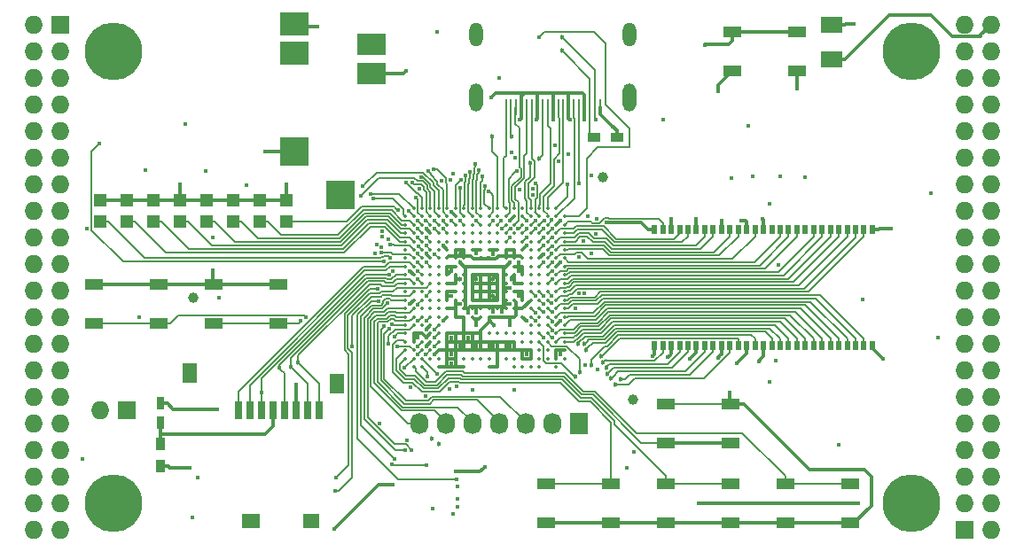
<source format=gtl>
G04 #@! TF.FileFunction,Copper,L1,Top,Signal*
%FSLAX46Y46*%
G04 Gerber Fmt 4.6, Leading zero omitted, Abs format (unit mm)*
G04 Created by KiCad (PCBNEW 4.0.5+dfsg1-4) date Wed May 17 14:14:23 2017*
%MOMM*%
%LPD*%
G01*
G04 APERTURE LIST*
%ADD10C,0.100000*%
%ADD11C,0.350000*%
%ADD12R,2.032000X1.524000*%
%ADD13R,0.700000X1.800000*%
%ADD14R,1.600000X1.400000*%
%ADD15R,1.800000X1.400000*%
%ADD16R,1.400000X1.900000*%
%ADD17R,1.800000X1.100000*%
%ADD18R,1.198880X1.198880*%
%ADD19R,2.800000X2.200000*%
%ADD20R,2.800000X2.800000*%
%ADD21R,2.800000X2.000000*%
%ADD22R,0.560000X0.900000*%
%ADD23O,1.300000X2.700000*%
%ADD24O,1.300000X2.300000*%
%ADD25R,0.250000X1.600000*%
%ADD26R,1.727200X1.727200*%
%ADD27O,1.727200X1.727200*%
%ADD28C,5.500000*%
%ADD29R,1.200000X0.900000*%
%ADD30R,1.727200X2.032000*%
%ADD31O,1.727200X2.032000*%
%ADD32R,0.750000X1.200000*%
%ADD33R,0.900000X1.200000*%
%ADD34C,0.400000*%
%ADD35C,0.454000*%
%ADD36C,1.000000*%
%ADD37C,0.300000*%
%ADD38C,0.190000*%
%ADD39C,0.200000*%
G04 APERTURE END LIST*
D10*
D11*
X131680000Y-80200000D03*
X132480000Y-80200000D03*
X133280000Y-80200000D03*
X134080000Y-80200000D03*
X134880000Y-80200000D03*
X135680000Y-80200000D03*
X136480000Y-80200000D03*
X137280000Y-80200000D03*
X138080000Y-80200000D03*
X138880000Y-80200000D03*
X139680000Y-80200000D03*
X140480000Y-80200000D03*
X141280000Y-80200000D03*
X142080000Y-80200000D03*
X142880000Y-80200000D03*
X143680000Y-80200000D03*
X144480000Y-80200000D03*
X145280000Y-80200000D03*
X130880000Y-81000000D03*
X131680000Y-81000000D03*
X132480000Y-81000000D03*
X133280000Y-81000000D03*
X134080000Y-81000000D03*
X134880000Y-81000000D03*
X135680000Y-81000000D03*
X136480000Y-81000000D03*
X137280000Y-81000000D03*
X138080000Y-81000000D03*
X138880000Y-81000000D03*
X139680000Y-81000000D03*
X140480000Y-81000000D03*
X141280000Y-81000000D03*
X142080000Y-81000000D03*
X142880000Y-81000000D03*
X143680000Y-81000000D03*
X144480000Y-81000000D03*
X145280000Y-81000000D03*
X146080000Y-81000000D03*
X130880000Y-81800000D03*
X131680000Y-81800000D03*
X132480000Y-81800000D03*
X133280000Y-81800000D03*
X134080000Y-81800000D03*
X134880000Y-81800000D03*
X135680000Y-81800000D03*
X136480000Y-81800000D03*
X137280000Y-81800000D03*
X138080000Y-81800000D03*
X138880000Y-81800000D03*
X139680000Y-81800000D03*
X140480000Y-81800000D03*
X141280000Y-81800000D03*
X142080000Y-81800000D03*
X142880000Y-81800000D03*
X143680000Y-81800000D03*
X144480000Y-81800000D03*
X145280000Y-81800000D03*
X146080000Y-81800000D03*
X130880000Y-82600000D03*
X131680000Y-82600000D03*
X132480000Y-82600000D03*
X133280000Y-82600000D03*
X134080000Y-82600000D03*
X134880000Y-82600000D03*
X135680000Y-82600000D03*
X136480000Y-82600000D03*
X137280000Y-82600000D03*
X138080000Y-82600000D03*
X138880000Y-82600000D03*
X139680000Y-82600000D03*
X140480000Y-82600000D03*
X141280000Y-82600000D03*
X142080000Y-82600000D03*
X142880000Y-82600000D03*
X143680000Y-82600000D03*
X144480000Y-82600000D03*
X145280000Y-82600000D03*
X146080000Y-82600000D03*
X130880000Y-83400000D03*
X131680000Y-83400000D03*
X132480000Y-83400000D03*
X133280000Y-83400000D03*
X134080000Y-83400000D03*
X134880000Y-83400000D03*
X135680000Y-83400000D03*
X136480000Y-83400000D03*
X137280000Y-83400000D03*
X138080000Y-83400000D03*
X138880000Y-83400000D03*
X139680000Y-83400000D03*
X140480000Y-83400000D03*
X141280000Y-83400000D03*
X142080000Y-83400000D03*
X142880000Y-83400000D03*
X143680000Y-83400000D03*
X144480000Y-83400000D03*
X145280000Y-83400000D03*
X146080000Y-83400000D03*
X130880000Y-84200000D03*
X131680000Y-84200000D03*
X132480000Y-84200000D03*
X133280000Y-84200000D03*
X134080000Y-84200000D03*
X134880000Y-84200000D03*
X135680000Y-84200000D03*
X136480000Y-84200000D03*
X137280000Y-84200000D03*
X138080000Y-84200000D03*
X138880000Y-84200000D03*
X139680000Y-84200000D03*
X140480000Y-84200000D03*
X141280000Y-84200000D03*
X142080000Y-84200000D03*
X142880000Y-84200000D03*
X143680000Y-84200000D03*
X144480000Y-84200000D03*
X145280000Y-84200000D03*
X146080000Y-84200000D03*
X130880000Y-85000000D03*
X131680000Y-85000000D03*
X132480000Y-85000000D03*
X133280000Y-85000000D03*
X134080000Y-85000000D03*
X134880000Y-85000000D03*
X135680000Y-85000000D03*
X136480000Y-85000000D03*
X137280000Y-85000000D03*
X138080000Y-85000000D03*
X138880000Y-85000000D03*
X139680000Y-85000000D03*
X140480000Y-85000000D03*
X141280000Y-85000000D03*
X142080000Y-85000000D03*
X142880000Y-85000000D03*
X143680000Y-85000000D03*
X144480000Y-85000000D03*
X145280000Y-85000000D03*
X146080000Y-85000000D03*
X130880000Y-85800000D03*
X131680000Y-85800000D03*
X132480000Y-85800000D03*
X133280000Y-85800000D03*
X134080000Y-85800000D03*
X134880000Y-85800000D03*
X135680000Y-85800000D03*
X136480000Y-85800000D03*
X137280000Y-85800000D03*
X138080000Y-85800000D03*
X138880000Y-85800000D03*
X139680000Y-85800000D03*
X140480000Y-85800000D03*
X141280000Y-85800000D03*
X142080000Y-85800000D03*
X142880000Y-85800000D03*
X143680000Y-85800000D03*
X144480000Y-85800000D03*
X145280000Y-85800000D03*
X146080000Y-85800000D03*
X130880000Y-86600000D03*
X131680000Y-86600000D03*
X132480000Y-86600000D03*
X133280000Y-86600000D03*
X134080000Y-86600000D03*
X134880000Y-86600000D03*
X135680000Y-86600000D03*
X136480000Y-86600000D03*
X137280000Y-86600000D03*
X138080000Y-86600000D03*
X138880000Y-86600000D03*
X139680000Y-86600000D03*
X140480000Y-86600000D03*
X141280000Y-86600000D03*
X142080000Y-86600000D03*
X142880000Y-86600000D03*
X143680000Y-86600000D03*
X144480000Y-86600000D03*
X145280000Y-86600000D03*
X146080000Y-86600000D03*
X130880000Y-87400000D03*
X131680000Y-87400000D03*
X132480000Y-87400000D03*
X133280000Y-87400000D03*
X134080000Y-87400000D03*
X134880000Y-87400000D03*
X135680000Y-87400000D03*
X136480000Y-87400000D03*
X137280000Y-87400000D03*
X138080000Y-87400000D03*
X138880000Y-87400000D03*
X139680000Y-87400000D03*
X140480000Y-87400000D03*
X141280000Y-87400000D03*
X142080000Y-87400000D03*
X142880000Y-87400000D03*
X143680000Y-87400000D03*
X144480000Y-87400000D03*
X145280000Y-87400000D03*
X146080000Y-87400000D03*
X130880000Y-88200000D03*
X131680000Y-88200000D03*
X132480000Y-88200000D03*
X133280000Y-88200000D03*
X134080000Y-88200000D03*
X134880000Y-88200000D03*
X135680000Y-88200000D03*
X136480000Y-88200000D03*
X137280000Y-88200000D03*
X138080000Y-88200000D03*
X138880000Y-88200000D03*
X139680000Y-88200000D03*
X140480000Y-88200000D03*
X141280000Y-88200000D03*
X142080000Y-88200000D03*
X142880000Y-88200000D03*
X143680000Y-88200000D03*
X144480000Y-88200000D03*
X145280000Y-88200000D03*
X146080000Y-88200000D03*
X130880000Y-89000000D03*
X131680000Y-89000000D03*
X132480000Y-89000000D03*
X133280000Y-89000000D03*
X134080000Y-89000000D03*
X134880000Y-89000000D03*
X135680000Y-89000000D03*
X136480000Y-89000000D03*
X137280000Y-89000000D03*
X138080000Y-89000000D03*
X138880000Y-89000000D03*
X139680000Y-89000000D03*
X140480000Y-89000000D03*
X141280000Y-89000000D03*
X142080000Y-89000000D03*
X142880000Y-89000000D03*
X143680000Y-89000000D03*
X144480000Y-89000000D03*
X145280000Y-89000000D03*
X146080000Y-89000000D03*
X130880000Y-89800000D03*
X131680000Y-89800000D03*
X132480000Y-89800000D03*
X133280000Y-89800000D03*
X134080000Y-89800000D03*
X134880000Y-89800000D03*
X135680000Y-89800000D03*
X136480000Y-89800000D03*
X137280000Y-89800000D03*
X138080000Y-89800000D03*
X138880000Y-89800000D03*
X139680000Y-89800000D03*
X140480000Y-89800000D03*
X141280000Y-89800000D03*
X142080000Y-89800000D03*
X142880000Y-89800000D03*
X143680000Y-89800000D03*
X144480000Y-89800000D03*
X145280000Y-89800000D03*
X146080000Y-89800000D03*
X130880000Y-90600000D03*
X131680000Y-90600000D03*
X132480000Y-90600000D03*
X133280000Y-90600000D03*
X134080000Y-90600000D03*
X134880000Y-90600000D03*
X135680000Y-90600000D03*
X136480000Y-90600000D03*
X137280000Y-90600000D03*
X138080000Y-90600000D03*
X138880000Y-90600000D03*
X139680000Y-90600000D03*
X140480000Y-90600000D03*
X141280000Y-90600000D03*
X142080000Y-90600000D03*
X142880000Y-90600000D03*
X143680000Y-90600000D03*
X144480000Y-90600000D03*
X145280000Y-90600000D03*
X146080000Y-90600000D03*
X130880000Y-91400000D03*
X131680000Y-91400000D03*
X132480000Y-91400000D03*
X133280000Y-91400000D03*
X134080000Y-91400000D03*
X142880000Y-91400000D03*
X143680000Y-91400000D03*
X144480000Y-91400000D03*
X145280000Y-91400000D03*
X146080000Y-91400000D03*
X130880000Y-92200000D03*
X131680000Y-92200000D03*
X132480000Y-92200000D03*
X133280000Y-92200000D03*
X134080000Y-92200000D03*
X134880000Y-92200000D03*
X135680000Y-92200000D03*
X136480000Y-92200000D03*
X137280000Y-92200000D03*
X138080000Y-92200000D03*
X138880000Y-92200000D03*
X139680000Y-92200000D03*
X140480000Y-92200000D03*
X141280000Y-92200000D03*
X142080000Y-92200000D03*
X142880000Y-92200000D03*
X143680000Y-92200000D03*
X144480000Y-92200000D03*
X145280000Y-92200000D03*
X146080000Y-92200000D03*
X130880000Y-93000000D03*
X131680000Y-93000000D03*
X132480000Y-93000000D03*
X133280000Y-93000000D03*
X134080000Y-93000000D03*
X134880000Y-93000000D03*
X135680000Y-93000000D03*
X136480000Y-93000000D03*
X137280000Y-93000000D03*
X138080000Y-93000000D03*
X138880000Y-93000000D03*
X139680000Y-93000000D03*
X140480000Y-93000000D03*
X141280000Y-93000000D03*
X142080000Y-93000000D03*
X142880000Y-93000000D03*
X143680000Y-93000000D03*
X144480000Y-93000000D03*
X145280000Y-93000000D03*
X146080000Y-93000000D03*
X130880000Y-93800000D03*
X131680000Y-93800000D03*
X132480000Y-93800000D03*
X133280000Y-93800000D03*
X134080000Y-93800000D03*
X134880000Y-93800000D03*
X135680000Y-93800000D03*
X136480000Y-93800000D03*
X137280000Y-93800000D03*
X138080000Y-93800000D03*
X138880000Y-93800000D03*
X139680000Y-93800000D03*
X140480000Y-93800000D03*
X141280000Y-93800000D03*
X142080000Y-93800000D03*
X142880000Y-93800000D03*
X143680000Y-93800000D03*
X144480000Y-93800000D03*
X145280000Y-93800000D03*
X146080000Y-93800000D03*
X130880000Y-94600000D03*
X131680000Y-94600000D03*
X132480000Y-94600000D03*
X133280000Y-94600000D03*
X134080000Y-94600000D03*
X134880000Y-94600000D03*
X135680000Y-94600000D03*
X136480000Y-94600000D03*
X137280000Y-94600000D03*
X138080000Y-94600000D03*
X138880000Y-94600000D03*
X139680000Y-94600000D03*
X140480000Y-94600000D03*
X141280000Y-94600000D03*
X142080000Y-94600000D03*
X142880000Y-94600000D03*
X143680000Y-94600000D03*
X144480000Y-94600000D03*
X145280000Y-94600000D03*
X146080000Y-94600000D03*
X131680000Y-95400000D03*
X132480000Y-95400000D03*
X134080000Y-95400000D03*
X134880000Y-95400000D03*
X135680000Y-95400000D03*
X136480000Y-95400000D03*
X138880000Y-95400000D03*
X139680000Y-95400000D03*
X141280000Y-95400000D03*
X142080000Y-95400000D03*
X142880000Y-95400000D03*
X143680000Y-95400000D03*
X145280000Y-95400000D03*
D12*
X171570000Y-65992000D03*
X171570000Y-62690000D03*
D13*
X114930000Y-99520000D03*
X116030000Y-99520000D03*
X117130000Y-99520000D03*
X118230000Y-99520000D03*
X119330000Y-99520000D03*
X120430000Y-99520000D03*
X121530000Y-99520000D03*
X122630000Y-99520000D03*
D14*
X121920000Y-110120000D03*
D15*
X116120000Y-110120000D03*
D16*
X124320000Y-96970000D03*
X110270000Y-95970000D03*
D17*
X101160000Y-87510000D03*
X107360000Y-87510000D03*
X101160000Y-91210000D03*
X107360000Y-91210000D03*
X112590000Y-87510000D03*
X118790000Y-87510000D03*
X112590000Y-91210000D03*
X118790000Y-91210000D03*
X155770000Y-98940000D03*
X161970000Y-98940000D03*
X155770000Y-102640000D03*
X161970000Y-102640000D03*
X161970000Y-110260000D03*
X155770000Y-110260000D03*
X161970000Y-106560000D03*
X155770000Y-106560000D03*
X150540000Y-110260000D03*
X144340000Y-110260000D03*
X150540000Y-106560000D03*
X144340000Y-106560000D03*
X173400000Y-110260000D03*
X167200000Y-110260000D03*
X173400000Y-106560000D03*
X167200000Y-106560000D03*
D18*
X119500000Y-81519020D03*
X119500000Y-79420980D03*
X116960000Y-81519020D03*
X116960000Y-79420980D03*
X114420000Y-81519020D03*
X114420000Y-79420980D03*
X111880000Y-81519020D03*
X111880000Y-79420980D03*
X109340000Y-81519020D03*
X109340000Y-79420980D03*
X106800000Y-81519020D03*
X106800000Y-79420980D03*
X104260000Y-81519020D03*
X104260000Y-79420980D03*
X101720000Y-81519020D03*
X101720000Y-79420980D03*
D19*
X120245000Y-62640000D03*
X120245000Y-65440000D03*
D20*
X120245000Y-74840000D03*
X124695000Y-78940000D03*
D21*
X127645000Y-67340000D03*
X127645000Y-64540000D03*
D22*
X175480000Y-82270000D03*
X154680000Y-93330000D03*
X155480000Y-93330000D03*
X156280000Y-93330000D03*
X157080000Y-93330000D03*
X157880000Y-93330000D03*
X158680000Y-93330000D03*
X159480000Y-93330000D03*
X160280000Y-93330000D03*
X161080000Y-93330000D03*
X161880000Y-93330000D03*
X162680000Y-93330000D03*
X163480000Y-93330000D03*
X164280000Y-93330000D03*
X165080000Y-93330000D03*
X165880000Y-93330000D03*
X166680000Y-93330000D03*
X167480000Y-93330000D03*
X168280000Y-93330000D03*
X169080000Y-93330000D03*
X169880000Y-93330000D03*
X170680000Y-93330000D03*
X171480000Y-93330000D03*
X172280000Y-93330000D03*
X173080000Y-93330000D03*
X173880000Y-93330000D03*
X174680000Y-93330000D03*
X175480000Y-93330000D03*
X174680000Y-82270000D03*
X173880000Y-82270000D03*
X173080000Y-82270000D03*
X172280000Y-82270000D03*
X171480000Y-82270000D03*
X170680000Y-82270000D03*
X169880000Y-82270000D03*
X169080000Y-82270000D03*
X168280000Y-82270000D03*
X167480000Y-82270000D03*
X166680000Y-82270000D03*
X165880000Y-82270000D03*
X165080000Y-82270000D03*
X164280000Y-82270000D03*
X163480000Y-82270000D03*
X162680000Y-82270000D03*
X161880000Y-82270000D03*
X161080000Y-82270000D03*
X160280000Y-82270000D03*
X159480000Y-82270000D03*
X158680000Y-82270000D03*
X157880000Y-82270000D03*
X157080000Y-82270000D03*
X156280000Y-82270000D03*
X155480000Y-82270000D03*
X154680000Y-82270000D03*
D23*
X152280000Y-69650000D03*
X137680000Y-69650000D03*
D24*
X137680000Y-63600000D03*
D25*
X140480000Y-70600000D03*
X140980000Y-70600000D03*
X141480000Y-70600000D03*
X141980000Y-70600000D03*
X142480000Y-70600000D03*
X142980000Y-70600000D03*
X143480000Y-70600000D03*
X143980000Y-70600000D03*
X144480000Y-70600000D03*
X144980000Y-70600000D03*
X145480000Y-70600000D03*
X145980000Y-70600000D03*
X146480000Y-70600000D03*
X146980000Y-70600000D03*
X147480000Y-70600000D03*
X147980000Y-70600000D03*
X148480000Y-70600000D03*
X148980000Y-70600000D03*
X149480000Y-70600000D03*
D24*
X152280000Y-63600000D03*
D26*
X97910000Y-62690000D03*
D27*
X95370000Y-62690000D03*
X97910000Y-65230000D03*
X95370000Y-65230000D03*
X97910000Y-67770000D03*
X95370000Y-67770000D03*
X97910000Y-70310000D03*
X95370000Y-70310000D03*
X97910000Y-72850000D03*
X95370000Y-72850000D03*
X97910000Y-75390000D03*
X95370000Y-75390000D03*
X97910000Y-77930000D03*
X95370000Y-77930000D03*
X97910000Y-80470000D03*
X95370000Y-80470000D03*
X97910000Y-83010000D03*
X95370000Y-83010000D03*
X97910000Y-85550000D03*
X95370000Y-85550000D03*
X97910000Y-88090000D03*
X95370000Y-88090000D03*
X97910000Y-90630000D03*
X95370000Y-90630000D03*
X97910000Y-93170000D03*
X95370000Y-93170000D03*
X97910000Y-95710000D03*
X95370000Y-95710000D03*
X97910000Y-98250000D03*
X95370000Y-98250000D03*
X97910000Y-100790000D03*
X95370000Y-100790000D03*
X97910000Y-103330000D03*
X95370000Y-103330000D03*
X97910000Y-105870000D03*
X95370000Y-105870000D03*
X97910000Y-108410000D03*
X95370000Y-108410000D03*
X97910000Y-110950000D03*
X95370000Y-110950000D03*
D26*
X184270000Y-110950000D03*
D27*
X186810000Y-110950000D03*
X184270000Y-108410000D03*
X186810000Y-108410000D03*
X184270000Y-105870000D03*
X186810000Y-105870000D03*
X184270000Y-103330000D03*
X186810000Y-103330000D03*
X184270000Y-100790000D03*
X186810000Y-100790000D03*
X184270000Y-98250000D03*
X186810000Y-98250000D03*
X184270000Y-95710000D03*
X186810000Y-95710000D03*
X184270000Y-93170000D03*
X186810000Y-93170000D03*
X184270000Y-90630000D03*
X186810000Y-90630000D03*
X184270000Y-88090000D03*
X186810000Y-88090000D03*
X184270000Y-85550000D03*
X186810000Y-85550000D03*
X184270000Y-83010000D03*
X186810000Y-83010000D03*
X184270000Y-80470000D03*
X186810000Y-80470000D03*
X184270000Y-77930000D03*
X186810000Y-77930000D03*
X184270000Y-75390000D03*
X186810000Y-75390000D03*
X184270000Y-72850000D03*
X186810000Y-72850000D03*
X184270000Y-70310000D03*
X186810000Y-70310000D03*
X184270000Y-67770000D03*
X186810000Y-67770000D03*
X184270000Y-65230000D03*
X186810000Y-65230000D03*
X184270000Y-62690000D03*
X186810000Y-62690000D03*
D28*
X102990000Y-108410000D03*
X179190000Y-108410000D03*
X179190000Y-65230000D03*
X102990000Y-65230000D03*
D17*
X168320000Y-67080000D03*
X162120000Y-67080000D03*
X168320000Y-63380000D03*
X162120000Y-63380000D03*
D29*
X151080000Y-73485000D03*
X148880000Y-73485000D03*
D26*
X104260000Y-99520000D03*
D27*
X101720000Y-99520000D03*
D30*
X147440000Y-100790000D03*
D31*
X144900000Y-100790000D03*
X142360000Y-100790000D03*
X139820000Y-100790000D03*
X137280000Y-100790000D03*
X134740000Y-100790000D03*
X132200000Y-100790000D03*
D32*
X107480000Y-100750000D03*
X107480000Y-98850000D03*
D33*
X107480000Y-102700000D03*
X107480000Y-104900000D03*
D34*
X131254529Y-86251357D03*
X166480000Y-85600000D03*
X146602990Y-71792990D03*
X141828352Y-71792990D03*
X144966727Y-71792990D03*
X143392702Y-71792990D03*
X147987057Y-71792990D03*
X159480000Y-64600000D03*
X161995000Y-77315000D03*
X164978793Y-81224197D03*
X124080000Y-110877010D03*
X140880000Y-81400000D03*
X106080000Y-76600000D03*
X119500000Y-77930000D03*
X136085174Y-89394826D03*
X109340000Y-77930000D03*
X145680000Y-91000000D03*
X135280000Y-80600000D03*
X117480000Y-74800000D03*
X145680000Y-81400000D03*
X177280000Y-82200000D03*
X139080000Y-69600000D03*
X120430000Y-97050000D03*
X112880000Y-99400000D03*
X150080000Y-81600000D03*
X161080000Y-81400000D03*
X156280000Y-81200000D03*
X129680000Y-106600000D03*
X131280000Y-89400000D03*
X162560000Y-95000000D03*
X158080000Y-94600000D03*
X133690245Y-94180159D03*
D35*
X139312644Y-91359700D03*
D34*
X140874194Y-91433353D03*
X145680000Y-85422010D03*
X132880424Y-84565132D03*
X144080000Y-84600000D03*
X145680000Y-94200000D03*
X135280000Y-95000000D03*
X135280000Y-94200000D03*
X142480000Y-94200000D03*
X140880000Y-93400000D03*
X139280000Y-93400000D03*
X137680000Y-93400000D03*
X136080000Y-93400000D03*
X136880000Y-92600000D03*
X135280000Y-92600000D03*
X132880000Y-91800000D03*
X132880000Y-93400000D03*
X132880000Y-82200000D03*
D35*
X141042859Y-86994997D03*
X139280000Y-87000000D03*
X136110990Y-86995403D03*
X139280000Y-88600000D03*
X137680000Y-87000000D03*
X136080000Y-84600000D03*
D34*
X173680000Y-62600000D03*
X150641998Y-72427990D03*
X133480000Y-108940000D03*
X100476549Y-82200000D03*
X164080000Y-77200000D03*
X165680000Y-79800000D03*
X166280000Y-94800000D03*
X172280000Y-102800000D03*
X181730000Y-92550000D03*
X109880000Y-72200000D03*
X112515000Y-83010000D03*
X165680000Y-96800000D03*
X133880000Y-63400000D03*
X148639876Y-77124934D03*
X181065000Y-78785000D03*
X128441330Y-100795881D03*
X162950497Y-81440902D03*
X174587990Y-88973349D03*
X111840000Y-76640000D03*
X110529662Y-109760338D03*
X110280000Y-105000000D03*
X100080000Y-104200000D03*
X115690000Y-78010000D03*
X113080000Y-88800000D03*
X139820000Y-67770000D03*
X164653770Y-94825547D03*
X160734802Y-94505582D03*
X155945719Y-94444824D03*
X154480000Y-94400000D03*
X158680000Y-81200000D03*
X176480000Y-94600000D03*
D36*
X149710735Y-77289735D03*
D34*
X137665894Y-91402446D03*
X135273306Y-88618602D03*
X139272517Y-84611349D03*
X137680556Y-84534085D03*
X141680000Y-86200000D03*
X135280000Y-86200000D03*
X132880000Y-92600000D03*
X132080000Y-92600000D03*
X141680000Y-88600000D03*
X141680000Y-85400000D03*
D36*
X152621047Y-98519969D03*
D34*
X136885174Y-90194826D03*
X140094890Y-90122990D03*
X139280000Y-90122990D03*
X140880000Y-89400000D03*
X137680000Y-90172990D03*
X140880000Y-87800000D03*
X140880000Y-85400000D03*
D35*
X136080000Y-85400000D03*
D34*
X129629397Y-91274827D03*
X121408624Y-90632457D03*
X129813284Y-92511909D03*
X120880000Y-91000000D03*
D36*
X110593658Y-88756708D03*
D34*
X142480000Y-91000000D03*
X142480000Y-83800000D03*
X134480000Y-83800000D03*
X134480000Y-91000000D03*
X155480000Y-71722990D03*
X105480000Y-90600000D03*
X174110000Y-108410000D03*
X158870000Y-108410000D03*
X137288700Y-97538741D03*
X135884156Y-106800406D03*
X133680000Y-91800000D03*
D35*
X134074414Y-102752225D03*
D34*
X135085458Y-97531790D03*
X135855186Y-108022639D03*
D35*
X133449289Y-102232615D03*
D34*
X133680000Y-92600000D03*
X132775091Y-98178917D03*
X129563728Y-104680338D03*
X132918584Y-104800000D03*
X135853254Y-108792386D03*
X133685668Y-93402482D03*
X131414026Y-97291163D03*
X132846234Y-94197073D03*
X131019992Y-102364188D03*
X135471949Y-109409592D03*
X122480000Y-62900000D03*
X130930000Y-67135000D03*
D35*
X145851858Y-65189228D03*
D34*
X149080000Y-71792990D03*
D35*
X145873729Y-63920849D03*
D34*
X143680000Y-63900000D03*
X140035989Y-81400000D03*
X129349300Y-86610340D03*
X132077895Y-86214963D03*
X117121665Y-97817265D03*
X118843798Y-95498222D03*
D35*
X119978162Y-95412951D03*
X120634035Y-94977604D03*
D34*
X152002589Y-105038666D03*
X166680000Y-77200000D03*
X168332253Y-68794691D03*
X160775000Y-69040000D03*
X147480000Y-77822010D03*
X146387166Y-77918991D03*
X131453853Y-103296209D03*
D35*
X148653935Y-95239949D03*
D34*
X144885216Y-91021238D03*
D35*
X149619858Y-94378867D03*
D34*
X144885689Y-90132858D03*
D35*
X150895161Y-97104924D03*
D34*
X144890381Y-83866022D03*
D35*
X151426924Y-96525191D03*
D34*
X144894101Y-83022010D03*
D35*
X150518912Y-96497510D03*
D34*
X144901285Y-86268736D03*
D35*
X150197861Y-96013257D03*
D34*
X144888562Y-86993817D03*
D35*
X150072035Y-95446034D03*
D34*
X144877648Y-88622010D03*
D35*
X149779241Y-94944191D03*
D34*
X144869421Y-89288847D03*
D35*
X148110244Y-93760618D03*
D34*
X144882782Y-91877646D03*
D35*
X147402091Y-93209005D03*
D34*
X144080000Y-92600000D03*
D35*
X147982902Y-93193733D03*
D34*
X144882352Y-92577990D03*
X130807074Y-95454141D03*
X130124012Y-93413277D03*
X132080000Y-93400000D03*
X129280000Y-93200000D03*
X133919980Y-96038729D03*
X141280000Y-97600000D03*
X132959536Y-96270333D03*
X135770000Y-97200000D03*
X132080000Y-94200000D03*
X128573992Y-84468304D03*
X111080000Y-106000000D03*
X129212186Y-89291571D03*
X132080000Y-89444020D03*
X130839486Y-103354982D03*
X129880000Y-104200000D03*
X128356145Y-89085098D03*
X132880000Y-88600000D03*
X135778649Y-106163691D03*
X128223869Y-87924075D03*
X124253981Y-105982535D03*
X132080000Y-87000000D03*
X125827283Y-93452662D03*
X124202418Y-107207639D03*
D35*
X139185419Y-73378045D03*
X141029139Y-73391006D03*
X143625670Y-75521246D03*
X142775852Y-75939146D03*
D34*
X135158117Y-77502884D03*
X135274882Y-81390604D03*
X134546021Y-81390604D03*
X133091535Y-76687359D03*
X133595078Y-76531839D03*
X126814764Y-78114372D03*
X126603964Y-79068383D03*
X127831380Y-79289249D03*
X127557975Y-78838703D03*
X131565025Y-77790995D03*
X132210454Y-78375833D03*
X132857990Y-81390526D03*
X132084821Y-82977990D03*
X128702010Y-82422010D03*
X128702010Y-82949023D03*
X132886504Y-83777990D03*
X129279954Y-83186575D03*
X132117443Y-83866021D03*
X128126480Y-83691644D03*
X132079996Y-84503337D03*
X128615019Y-83914799D03*
X133671942Y-84595200D03*
X127992473Y-84535656D03*
X132875802Y-85421990D03*
D35*
X147131990Y-96348010D03*
X147526704Y-95921658D03*
D34*
X148074116Y-95229326D03*
X143280000Y-91000000D03*
X149207706Y-95605291D03*
X144082424Y-90132858D03*
X147125926Y-89802879D03*
X144035793Y-89397606D03*
X143281824Y-90201951D03*
X144080517Y-85397219D03*
X147422472Y-84858593D03*
X144886544Y-85385186D03*
X149110027Y-82710554D03*
X144080000Y-83000000D03*
X144885092Y-82177990D03*
X147470668Y-88324835D03*
X144082832Y-88584510D03*
X147997681Y-88324844D03*
X143278026Y-88595030D03*
X149131913Y-81202010D03*
X144076901Y-82186448D03*
X148337768Y-80975785D03*
X144866392Y-81333979D03*
X139280000Y-81400000D03*
X138857381Y-78600803D03*
X138474753Y-78117762D03*
X138223359Y-77164182D03*
X137589337Y-75974186D03*
X137906348Y-76577236D03*
X137680000Y-81400000D03*
X137023753Y-76742518D03*
X136645199Y-77109176D03*
X136170384Y-77530992D03*
X136102010Y-78268593D03*
X135473781Y-76949230D03*
X136080000Y-81400000D03*
X148668800Y-84550312D03*
X144877691Y-84532933D03*
X147904113Y-83328694D03*
X144080000Y-83800000D03*
X143020312Y-78979262D03*
X142473549Y-82998913D03*
X143087229Y-78375187D03*
X142457990Y-82191394D03*
X145494004Y-75718570D03*
X144146021Y-81374784D03*
X143323210Y-77837480D03*
X146456648Y-75056695D03*
X143302010Y-82194992D03*
X143302010Y-81381735D03*
X141820108Y-78446944D03*
X145172870Y-74240536D03*
X141657990Y-82130345D03*
X142457990Y-81382236D03*
X140080000Y-82200000D03*
X141499915Y-76647924D03*
X141046643Y-74873804D03*
X140864029Y-83041403D03*
X140924011Y-82179283D03*
X141329877Y-75415642D03*
X129680000Y-86200000D03*
X132880000Y-83000000D03*
X132080000Y-82177990D03*
X132080000Y-81400000D03*
X131880000Y-79200000D03*
X130919839Y-77742623D03*
X132397609Y-77214811D03*
X133680000Y-82200000D03*
X133702010Y-81400000D03*
X129365043Y-91730742D03*
X132880000Y-91000000D03*
X128848343Y-91514164D03*
X132077648Y-90977990D03*
X130169622Y-80402046D03*
X131180000Y-80500000D03*
X129457989Y-84960036D03*
X132079620Y-85370951D03*
X134314106Y-77564232D03*
X163632576Y-72315545D03*
X134480000Y-82200000D03*
X138500159Y-104911875D03*
X135680000Y-105400000D03*
X152728307Y-103529015D03*
X169030000Y-77295000D03*
X128803269Y-85311469D03*
X129457989Y-83682604D03*
X101680000Y-74000000D03*
X112515000Y-86185000D03*
X161880000Y-97800000D03*
D37*
X131331357Y-86251357D02*
X131254529Y-86251357D01*
X131680000Y-86600000D02*
X131331357Y-86251357D01*
X146480000Y-71700000D02*
X146572990Y-71792990D01*
X146572990Y-71792990D02*
X146602990Y-71792990D01*
X141887010Y-71792990D02*
X141828352Y-71792990D01*
X147980000Y-71785933D02*
X147987057Y-71792990D01*
X141980000Y-70600000D02*
X141980000Y-71700000D01*
X143480000Y-71705692D02*
X143392702Y-71792990D01*
X141980000Y-71700000D02*
X141887010Y-71792990D01*
X144980000Y-71779717D02*
X144966727Y-71792990D01*
X146480000Y-70600000D02*
X146480000Y-71700000D01*
X147980000Y-70600000D02*
X147980000Y-71785933D01*
X143480000Y-70600000D02*
X143480000Y-71705692D01*
X144980000Y-70600000D02*
X144980000Y-71779717D01*
X168320000Y-63380000D02*
X162120000Y-63380000D01*
X162120000Y-63380000D02*
X162120000Y-64230000D01*
X162120000Y-64230000D02*
X161755000Y-64595000D01*
X161755000Y-64595000D02*
X159485000Y-64595000D01*
X159485000Y-64595000D02*
X159480000Y-64600000D01*
X165058793Y-81304197D02*
X164978793Y-81224197D01*
X165080000Y-81325404D02*
X165058793Y-81304197D01*
X165080000Y-82270000D02*
X165080000Y-81325404D01*
X129680000Y-106600000D02*
X128357010Y-106600000D01*
X128357010Y-106600000D02*
X124279999Y-110677011D01*
X124279999Y-110677011D02*
X124080000Y-110877010D01*
X141280000Y-81000000D02*
X140880000Y-81400000D01*
X119500000Y-79420980D02*
X119500000Y-77930000D01*
X135685174Y-89394826D02*
X135802332Y-89394826D01*
X135680000Y-89400000D02*
X135685174Y-89394826D01*
X135802332Y-89394826D02*
X136085174Y-89394826D01*
X109340000Y-79420980D02*
X109340000Y-77930000D01*
X145454999Y-91225001D02*
X145680000Y-91000000D01*
X145280000Y-91400000D02*
X145454999Y-91225001D01*
X135680000Y-81000000D02*
X135280000Y-80600000D01*
X135054999Y-84825001D02*
X137080000Y-84825001D01*
X137280000Y-85000000D02*
X137105001Y-84825001D01*
X137105001Y-84825001D02*
X137080000Y-84825001D01*
X138280000Y-85088351D02*
X137368351Y-85088351D01*
X137368351Y-85088351D02*
X137280000Y-85000000D01*
X139680000Y-86600000D02*
X139280000Y-87000000D01*
X139680000Y-88200000D02*
X139680000Y-89000000D01*
X139680000Y-87400000D02*
X139680000Y-88200000D01*
X139680000Y-86600000D02*
X139680000Y-87400000D01*
X137280000Y-88200000D02*
X137280000Y-89000000D01*
X137280000Y-87400000D02*
X137280000Y-88200000D01*
X137280000Y-86600000D02*
X137280000Y-87400000D01*
X138880000Y-87400000D02*
X138880000Y-88200000D01*
X138880000Y-86600000D02*
X138880000Y-87400000D01*
X138080000Y-87400000D02*
X138080000Y-86600000D01*
X138080000Y-88200000D02*
X138080000Y-87400000D01*
X138080000Y-89000000D02*
X138080000Y-88200000D01*
X138080000Y-88200000D02*
X138880000Y-88200000D01*
X138080000Y-87400000D02*
X138880000Y-87400000D01*
X137280000Y-87400000D02*
X138080000Y-87400000D01*
X117870000Y-74800000D02*
X117480000Y-74800000D01*
X119610000Y-74840000D02*
X117910000Y-74840000D01*
X117910000Y-74840000D02*
X117870000Y-74800000D01*
X145454999Y-81625001D02*
X145680000Y-81400000D01*
X145280000Y-81800000D02*
X145454999Y-81625001D01*
X176130000Y-82200000D02*
X177280000Y-82200000D01*
X175480000Y-82270000D02*
X176060000Y-82270000D01*
X176060000Y-82270000D02*
X176130000Y-82200000D01*
X139480000Y-69200000D02*
X139080000Y-69600000D01*
X142280000Y-69200000D02*
X139480000Y-69200000D01*
X120430000Y-99520000D02*
X120430000Y-97050000D01*
X108705000Y-99400000D02*
X112880000Y-99400000D01*
X107480000Y-98850000D02*
X108155000Y-98850000D01*
X108155000Y-98850000D02*
X108705000Y-99400000D01*
X153430000Y-81600000D02*
X150080000Y-81600000D01*
X154680000Y-82270000D02*
X154100000Y-82270000D01*
X154100000Y-82270000D02*
X153430000Y-81600000D01*
X161080000Y-81520000D02*
X161080000Y-81400000D01*
X161080000Y-82270000D02*
X161080000Y-81520000D01*
X156280000Y-82270000D02*
X156280000Y-81200000D01*
X141480000Y-89800000D02*
X141480000Y-89200000D01*
X141480000Y-89200000D02*
X141280000Y-89000000D01*
X141280000Y-89800000D02*
X141480000Y-89800000D01*
X141480000Y-89800000D02*
X142080000Y-89800000D01*
X141454999Y-90425001D02*
X141454999Y-89825001D01*
X141454999Y-89825001D02*
X141480000Y-89800000D01*
X131680000Y-89000000D02*
X131280000Y-89400000D01*
X163480000Y-93330000D02*
X163480000Y-94080000D01*
X163480000Y-94080000D02*
X162560000Y-95000000D01*
X158680000Y-93330000D02*
X158680000Y-94005008D01*
X158680000Y-94005008D02*
X158085008Y-94600000D01*
X158085008Y-94600000D02*
X158080000Y-94600000D01*
X133699841Y-94180159D02*
X133690245Y-94180159D01*
X134080000Y-93800000D02*
X133699841Y-94180159D01*
X139085645Y-91132701D02*
X139312644Y-91359700D01*
X138880000Y-90927056D02*
X139085645Y-91132701D01*
X138880000Y-90600000D02*
X138880000Y-90927056D01*
X140874194Y-90605806D02*
X140874194Y-91150511D01*
X140880000Y-90600000D02*
X140874194Y-90605806D01*
X140874194Y-91150511D02*
X140874194Y-91433353D01*
X140480000Y-90600000D02*
X140880000Y-90600000D01*
X140880000Y-90600000D02*
X141280000Y-90600000D01*
X139680000Y-90600000D02*
X140480000Y-90600000D01*
X138880000Y-90600000D02*
X139680000Y-90600000D01*
X145280000Y-85800000D02*
X145657990Y-85422010D01*
X145657990Y-85422010D02*
X145680000Y-85422010D01*
X133280000Y-85000000D02*
X132880424Y-84600424D01*
X132880424Y-84600424D02*
X132880424Y-84565132D01*
X141280000Y-85000000D02*
X141280000Y-84800000D01*
X141280000Y-84200000D02*
X141280000Y-85000000D01*
X140480000Y-84200000D02*
X141280000Y-84200000D01*
X141280000Y-84800000D02*
X141280000Y-84200000D01*
X141905001Y-84825001D02*
X141305001Y-84825001D01*
X141305001Y-84825001D02*
X141280000Y-84800000D01*
X140480000Y-85000000D02*
X140480000Y-84200000D01*
X139680000Y-85000000D02*
X139680000Y-84898347D01*
X139680000Y-84898347D02*
X139753346Y-84825001D01*
X138280000Y-85088351D02*
X138680000Y-85088351D01*
X138280000Y-85088351D02*
X139489996Y-85088351D01*
X138080000Y-85000000D02*
X138191649Y-85000000D01*
X138191649Y-85000000D02*
X138280000Y-85088351D01*
X138880000Y-85000000D02*
X138768351Y-85000000D01*
X138768351Y-85000000D02*
X138680000Y-85088351D01*
X135680000Y-84200000D02*
X135680000Y-84800000D01*
X135680000Y-84800000D02*
X135680000Y-85000000D01*
X135054999Y-84825001D02*
X135654999Y-84825001D01*
X135654999Y-84825001D02*
X135680000Y-84800000D01*
X136480000Y-85000000D02*
X136480000Y-84200000D01*
X134880000Y-85000000D02*
X135054999Y-84825001D01*
X138880000Y-87400000D02*
X139680000Y-87400000D01*
X138880000Y-88200000D02*
X138880000Y-89000000D01*
X138880000Y-88200000D02*
X139680000Y-88200000D01*
X137280000Y-88200000D02*
X138080000Y-88200000D01*
X141280000Y-90600000D02*
X141454999Y-90425001D01*
X142280000Y-69200000D02*
X143480000Y-69200000D01*
X143480000Y-69200000D02*
X144980000Y-69200000D01*
X143480000Y-70600000D02*
X143480000Y-69200000D01*
X144980000Y-69200000D02*
X146480000Y-69200000D01*
X144980000Y-70600000D02*
X144980000Y-69200000D01*
X146480000Y-69200000D02*
X147780000Y-69200000D01*
X146480000Y-70600000D02*
X146480000Y-69200000D01*
X147980000Y-69400000D02*
X147980000Y-70600000D01*
X147780000Y-69200000D02*
X147980000Y-69400000D01*
X141980000Y-70600000D02*
X141980000Y-69500000D01*
X141980000Y-69500000D02*
X142280000Y-69200000D01*
X116960000Y-79420980D02*
X119500000Y-79420980D01*
X114420000Y-79420980D02*
X116960000Y-79420980D01*
X111880000Y-79420980D02*
X114420000Y-79420980D01*
X109340000Y-79420980D02*
X111880000Y-79420980D01*
X106800000Y-79420980D02*
X109340000Y-79420980D01*
X104260000Y-79420980D02*
X106800000Y-79420980D01*
X101720000Y-79420980D02*
X104260000Y-79420980D01*
X143680000Y-85000000D02*
X144080000Y-84600000D01*
X142080000Y-89800000D02*
X142880000Y-89000000D01*
X145680000Y-93800000D02*
X145280000Y-93800000D01*
X146080000Y-93800000D02*
X145680000Y-93800000D01*
X145680000Y-93800000D02*
X145680000Y-94200000D01*
X135680000Y-89400000D02*
X135680000Y-89800000D01*
X135680000Y-89000000D02*
X135680000Y-89400000D01*
X135280000Y-95400000D02*
X135680000Y-95400000D01*
X134880000Y-95400000D02*
X135280000Y-95400000D01*
X135280000Y-95400000D02*
X135280000Y-95000000D01*
X135280000Y-93800000D02*
X135680000Y-93800000D01*
X134880000Y-93800000D02*
X135280000Y-93800000D01*
X135280000Y-93800000D02*
X135280000Y-94200000D01*
X142480000Y-93800000D02*
X142080000Y-93800000D01*
X142880000Y-93800000D02*
X142480000Y-93800000D01*
X142480000Y-93800000D02*
X142480000Y-94200000D01*
X140880000Y-93000000D02*
X141280000Y-93000000D01*
X140480000Y-93000000D02*
X140880000Y-93000000D01*
X140880000Y-93000000D02*
X140880000Y-93400000D01*
X139280000Y-93000000D02*
X138880000Y-93000000D01*
X139680000Y-93000000D02*
X139280000Y-93000000D01*
X139280000Y-93000000D02*
X139280000Y-93400000D01*
X137680000Y-93000000D02*
X137280000Y-93000000D01*
X137680000Y-93000000D02*
X137680000Y-93400000D01*
X138080000Y-93000000D02*
X137680000Y-93000000D01*
X136080000Y-93000000D02*
X135680000Y-93000000D01*
X136480000Y-93000000D02*
X136080000Y-93000000D01*
X136080000Y-93000000D02*
X136080000Y-93400000D01*
X136880000Y-93000000D02*
X136480000Y-93000000D01*
X137280000Y-93000000D02*
X136880000Y-93000000D01*
X136880000Y-93000000D02*
X136880000Y-92600000D01*
X135280000Y-93000000D02*
X135680000Y-93000000D01*
X134880000Y-93000000D02*
X135280000Y-93000000D01*
X135280000Y-93000000D02*
X135280000Y-92600000D01*
X133280000Y-91400000D02*
X132880000Y-91800000D01*
X133280000Y-93000000D02*
X132880000Y-93400000D01*
X133280000Y-82600000D02*
X132880000Y-82200000D01*
X139753346Y-84825001D02*
X141905001Y-84825001D01*
X139489996Y-85088351D02*
X139753346Y-84825001D01*
X141905001Y-84825001D02*
X142080000Y-85000000D01*
X141042859Y-86837141D02*
X141042859Y-86994997D01*
X141280000Y-86600000D02*
X141042859Y-86837141D01*
X135684597Y-86995403D02*
X135789964Y-86995403D01*
X135680000Y-87000000D02*
X135684597Y-86995403D01*
X135789964Y-86995403D02*
X136110990Y-86995403D01*
X135680000Y-87000000D02*
X135680000Y-86600000D01*
X135680000Y-87400000D02*
X135680000Y-87000000D01*
X138880000Y-90600000D02*
X138880000Y-91091880D01*
X138880000Y-91091880D02*
X138080000Y-91891880D01*
X138080000Y-91891880D02*
X138080000Y-92200000D01*
X136480000Y-90600000D02*
X136480000Y-92200000D01*
X139680000Y-89000000D02*
X139280000Y-88600000D01*
X137280000Y-86600000D02*
X137680000Y-87000000D01*
X136480000Y-84200000D02*
X136080000Y-84600000D01*
X141280000Y-86600000D02*
X141280000Y-87400000D01*
X142080000Y-87400000D02*
X141280000Y-87400000D01*
X135680000Y-84200000D02*
X136480000Y-84200000D01*
X134880000Y-87400000D02*
X135680000Y-87400000D01*
X138880000Y-86600000D02*
X139680000Y-86600000D01*
X138080000Y-86600000D02*
X138880000Y-86600000D01*
X137280000Y-86600000D02*
X138080000Y-86600000D01*
X138880000Y-89000000D02*
X139680000Y-89000000D01*
X138080000Y-89000000D02*
X138880000Y-89000000D01*
X137280000Y-89000000D02*
X138080000Y-89000000D01*
X135680000Y-89800000D02*
X134880000Y-89800000D01*
X135680000Y-90600000D02*
X135680000Y-89800000D01*
X135680000Y-90600000D02*
X136480000Y-90600000D01*
X140480000Y-93000000D02*
X139680000Y-93000000D01*
X139680000Y-93800000D02*
X140480000Y-93800000D01*
X139680000Y-93800000D02*
X139680000Y-94600000D01*
X139680000Y-95400000D02*
X139680000Y-94600000D01*
X138880000Y-95400000D02*
X139680000Y-95400000D01*
X135680000Y-95400000D02*
X136480000Y-95400000D01*
X135680000Y-95400000D02*
X135680000Y-94600000D01*
X134880000Y-95400000D02*
X134080000Y-95400000D01*
X134880000Y-94600000D02*
X134880000Y-95400000D01*
X134080000Y-93800000D02*
X134880000Y-93800000D01*
X134880000Y-94600000D02*
X134880000Y-93800000D01*
X135680000Y-94600000D02*
X134880000Y-94600000D01*
X135680000Y-93800000D02*
X135680000Y-94600000D01*
X134880000Y-93000000D02*
X134880000Y-93800000D01*
X134880000Y-92200000D02*
X134880000Y-93000000D01*
X135680000Y-92200000D02*
X134880000Y-92200000D01*
X135680000Y-93800000D02*
X136480000Y-93800000D01*
X135680000Y-93000000D02*
X135680000Y-93800000D01*
X135680000Y-92200000D02*
X135680000Y-93000000D01*
X135680000Y-92200000D02*
X136480000Y-92200000D01*
X136480000Y-92200000D02*
X137280000Y-92200000D01*
X137280000Y-93800000D02*
X137280000Y-93000000D01*
X136480000Y-93800000D02*
X137280000Y-93800000D01*
X136480000Y-93000000D02*
X136480000Y-93800000D01*
X136480000Y-92200000D02*
X136480000Y-93000000D01*
X137280000Y-92200000D02*
X138080000Y-92200000D01*
X137280000Y-93800000D02*
X138080000Y-93800000D01*
X137280000Y-92200000D02*
X137280000Y-93000000D01*
X138080000Y-92200000D02*
X138080000Y-93000000D01*
X138080000Y-93000000D02*
X138880000Y-93000000D01*
X138080000Y-93800000D02*
X138080000Y-93000000D01*
X138880000Y-93800000D02*
X138080000Y-93800000D01*
X138880000Y-93000000D02*
X138880000Y-93800000D01*
X139680000Y-93800000D02*
X139680000Y-93000000D01*
X138880000Y-93800000D02*
X139680000Y-93800000D01*
X140480000Y-93000000D02*
X140480000Y-93800000D01*
X141280000Y-93000000D02*
X141280000Y-93800000D01*
X141280000Y-93800000D02*
X142080000Y-93800000D01*
X140480000Y-93800000D02*
X141280000Y-93800000D01*
X142080000Y-94600000D02*
X142880000Y-94600000D01*
X142080000Y-93800000D02*
X142080000Y-94600000D01*
X142880000Y-94600000D02*
X142880000Y-93800000D01*
X145280000Y-93800000D02*
X145280000Y-94600000D01*
X172976000Y-62600000D02*
X173680000Y-62600000D01*
X171570000Y-62690000D02*
X172886000Y-62690000D01*
X172886000Y-62690000D02*
X172976000Y-62600000D01*
X151080000Y-72735000D02*
X150772990Y-72427990D01*
X149480000Y-71275000D02*
X151080000Y-72875000D01*
X150772990Y-72427990D02*
X150641998Y-72427990D01*
X151080000Y-72875000D02*
X151080000Y-73485000D01*
X149480000Y-70600000D02*
X149480000Y-71275000D01*
X151080000Y-73485000D02*
X151080000Y-72735000D01*
X171570000Y-65992000D02*
X172886000Y-65992000D01*
X172886000Y-65992000D02*
X177078000Y-61800000D01*
X177078000Y-61800000D02*
X181080000Y-61800000D01*
X181080000Y-61800000D02*
X183110601Y-63830601D01*
X183110601Y-63830601D02*
X185849399Y-63830601D01*
X185849399Y-63830601D02*
X185849399Y-63650601D01*
X185849399Y-63650601D02*
X186810000Y-62690000D01*
X134880000Y-86600000D02*
X135280000Y-86200000D01*
X135280000Y-85800000D02*
X135280000Y-86200000D01*
X163233339Y-81440902D02*
X162950497Y-81440902D01*
X163480000Y-82270000D02*
X163480000Y-81520000D01*
X163400902Y-81440902D02*
X163233339Y-81440902D01*
X163480000Y-81520000D02*
X163400902Y-81440902D01*
X134880000Y-85800000D02*
X134880000Y-86600000D01*
X108330000Y-105000000D02*
X110280000Y-105000000D01*
X107480000Y-104900000D02*
X108230000Y-104900000D01*
X108230000Y-104900000D02*
X108330000Y-105000000D01*
X164853769Y-94625548D02*
X164653770Y-94825547D01*
X165080000Y-94399317D02*
X164853769Y-94625548D01*
X165080000Y-93330000D02*
X165080000Y-94399317D01*
X160934801Y-94305583D02*
X160734802Y-94505582D01*
X161080000Y-94160384D02*
X160934801Y-94305583D01*
X161080000Y-93330000D02*
X161080000Y-94160384D01*
X156145718Y-94244825D02*
X155945719Y-94444824D01*
X156280000Y-94110543D02*
X156145718Y-94244825D01*
X156280000Y-93330000D02*
X156280000Y-94110543D01*
X154680000Y-94200000D02*
X154480000Y-94400000D01*
X154680000Y-93330000D02*
X154680000Y-94200000D01*
X158680000Y-81520000D02*
X158680000Y-81200000D01*
X158680000Y-82270000D02*
X158680000Y-81520000D01*
X175480000Y-93600000D02*
X176480000Y-94600000D01*
X175480000Y-93330000D02*
X175480000Y-93600000D01*
X137665894Y-91119604D02*
X137665894Y-91402446D01*
X137665894Y-90814106D02*
X137665894Y-91119604D01*
X137680000Y-90800000D02*
X137665894Y-90814106D01*
X137680000Y-90800000D02*
X137880000Y-90800000D01*
X137480000Y-90800000D02*
X137680000Y-90800000D01*
X137880000Y-90800000D02*
X138080000Y-90600000D01*
X137280000Y-90600000D02*
X137480000Y-90800000D01*
X132880000Y-92600000D02*
X133280000Y-92200000D01*
X132480000Y-92200000D02*
X132880000Y-92600000D01*
X134990464Y-88618602D02*
X135273306Y-88618602D01*
X134898602Y-88618602D02*
X134990464Y-88618602D01*
X134880000Y-88600000D02*
X134898602Y-88618602D01*
X139272517Y-84328507D02*
X139272517Y-84611349D01*
X139272517Y-84207483D02*
X139272517Y-84328507D01*
X139280000Y-84200000D02*
X139272517Y-84207483D01*
X137680556Y-84200556D02*
X137680556Y-84251243D01*
X137680000Y-84200000D02*
X137680556Y-84200556D01*
X137680556Y-84251243D02*
X137680556Y-84534085D01*
X142080000Y-88600000D02*
X142080000Y-89000000D01*
X142080000Y-88200000D02*
X142080000Y-88600000D01*
X141680000Y-85800000D02*
X141680000Y-86200000D01*
X135280000Y-85800000D02*
X135680000Y-85800000D01*
X134880000Y-85800000D02*
X135280000Y-85800000D01*
X132080000Y-92200000D02*
X132480000Y-92200000D01*
X131680000Y-92200000D02*
X132080000Y-92200000D01*
X132080000Y-92200000D02*
X132080000Y-92600000D01*
X131680000Y-93000000D02*
X131680000Y-92200000D01*
X134880000Y-88600000D02*
X134880000Y-89000000D01*
X134880000Y-88200000D02*
X134880000Y-88600000D01*
X141680000Y-88200000D02*
X142080000Y-88200000D01*
X141280000Y-88200000D02*
X141680000Y-88200000D01*
X141680000Y-88200000D02*
X141680000Y-88600000D01*
X141680000Y-85800000D02*
X142080000Y-85800000D01*
X141280000Y-85800000D02*
X141680000Y-85800000D01*
X141680000Y-85800000D02*
X141680000Y-85400000D01*
X139280000Y-84200000D02*
X139680000Y-84200000D01*
X138880000Y-84200000D02*
X139280000Y-84200000D01*
X137680000Y-84200000D02*
X138080000Y-84200000D01*
X137280000Y-84200000D02*
X137680000Y-84200000D01*
X142080000Y-85800000D02*
X142080000Y-86600000D01*
X134880000Y-88200000D02*
X135680000Y-88200000D01*
X136654999Y-86800000D02*
X136654999Y-87200000D01*
X136654999Y-86600000D02*
X136654999Y-86800000D01*
X136654999Y-86800000D02*
X136654999Y-86774999D01*
X136654999Y-86774999D02*
X136480000Y-86600000D01*
X136654999Y-87200000D02*
X136654999Y-88200000D01*
X136480000Y-87400000D02*
X136654999Y-87225001D01*
X136654999Y-87225001D02*
X136654999Y-87200000D01*
X136885174Y-89911984D02*
X136885174Y-90194826D01*
X136880000Y-89800000D02*
X136885174Y-89805174D01*
X136885174Y-89805174D02*
X136885174Y-89911984D01*
X138080000Y-89625001D02*
X138880000Y-89625001D01*
X138880000Y-89625001D02*
X139280000Y-89625001D01*
X138880000Y-89800000D02*
X138880000Y-89625001D01*
X138080000Y-89800000D02*
X138080000Y-89625001D01*
X137054999Y-89625001D02*
X137280000Y-89625001D01*
X137280000Y-89625001D02*
X137680000Y-89625001D01*
X137280000Y-89800000D02*
X137280000Y-89625001D01*
X137680000Y-89625001D02*
X138080000Y-89625001D01*
X136480000Y-89000000D02*
X136654999Y-89000000D01*
X136654999Y-88200000D02*
X136654999Y-89000000D01*
X136480000Y-88200000D02*
X136654999Y-88200000D01*
X140094890Y-89840148D02*
X140094890Y-90122990D01*
X140094890Y-89639891D02*
X140094890Y-89840148D01*
X140080000Y-89625001D02*
X140094890Y-89639891D01*
X139280000Y-89625001D02*
X139280000Y-90122990D01*
X139280000Y-89625001D02*
X139680000Y-89625001D01*
X139680000Y-89625001D02*
X140080000Y-89625001D01*
X140080000Y-89625001D02*
X140305001Y-89625001D01*
X139680000Y-89800000D02*
X139680000Y-89625001D01*
X140305001Y-89400000D02*
X140305001Y-89000000D01*
X140305001Y-89000000D02*
X140305001Y-88200000D01*
X140480000Y-89000000D02*
X140305001Y-89000000D01*
X140305001Y-88200000D02*
X140305001Y-87800000D01*
X140480000Y-88200000D02*
X140305001Y-88200000D01*
X140305001Y-87800000D02*
X140305001Y-87400000D01*
X140305001Y-87400000D02*
X140305001Y-86600000D01*
X140480000Y-87400000D02*
X140305001Y-87400000D01*
X140305001Y-86600000D02*
X140305001Y-85974999D01*
X140480000Y-86600000D02*
X140305001Y-86600000D01*
X140480000Y-85800000D02*
X139480000Y-85800000D01*
X139480000Y-85800000D02*
X138680000Y-85800000D01*
X139680000Y-85800000D02*
X139480000Y-85800000D01*
X138680000Y-85800000D02*
X137880000Y-85800000D01*
X138880000Y-85800000D02*
X138680000Y-85800000D01*
X137880000Y-85800000D02*
X137080000Y-85800000D01*
X138080000Y-85800000D02*
X137880000Y-85800000D01*
X137080000Y-85800000D02*
X136480000Y-85800000D01*
X137280000Y-85800000D02*
X137080000Y-85800000D01*
X136654999Y-85974999D02*
X136654999Y-86600000D01*
X136654999Y-89000000D02*
X136654999Y-89625001D01*
X140305001Y-89400000D02*
X140880000Y-89400000D01*
X137680000Y-89625001D02*
X137680000Y-90172990D01*
X136880000Y-89800000D02*
X137054999Y-89625001D01*
X140305001Y-89625001D02*
X140480000Y-89800000D01*
X140305001Y-87800000D02*
X140880000Y-87800000D01*
X140305001Y-89625001D02*
X140305001Y-89400000D01*
X140480000Y-85800000D02*
X140880000Y-85400000D01*
X136480000Y-89800000D02*
X136880000Y-89800000D01*
X136480000Y-85800000D02*
X136080000Y-85400000D01*
X140305001Y-85974999D02*
X140480000Y-85800000D01*
X136480000Y-85800000D02*
X136654999Y-85974999D01*
X136654999Y-89625001D02*
X136480000Y-89800000D01*
D38*
X136241989Y-96599106D02*
X145851447Y-96599106D01*
X134999192Y-96460988D02*
X136103871Y-96460988D01*
X150857011Y-100884385D02*
X155770000Y-105797374D01*
X155770000Y-105820000D02*
X155770000Y-106560000D01*
X130835903Y-96539283D02*
X131707280Y-96539283D01*
X148678556Y-98358968D02*
X150857011Y-100537423D01*
X130041550Y-94638450D02*
X130041550Y-95744930D01*
X150857011Y-100537423D02*
X150857011Y-100884385D01*
X131707280Y-96539283D02*
X132607902Y-97439905D01*
X136103871Y-96460988D02*
X136241989Y-96599106D01*
X134020275Y-97439905D02*
X134999192Y-96460988D01*
X130880000Y-93800000D02*
X130041550Y-94638450D01*
X147611309Y-98358968D02*
X148678556Y-98358968D01*
X145851447Y-96599106D02*
X147611309Y-98358968D01*
X130041550Y-95744930D02*
X130835903Y-96539283D01*
X132607902Y-97439905D02*
X134020275Y-97439905D01*
X155770000Y-105797374D02*
X155770000Y-105820000D01*
X155770000Y-106560000D02*
X161970000Y-106560000D01*
X130880000Y-91400000D02*
X129754570Y-91400000D01*
X129754570Y-91400000D02*
X129629397Y-91274827D01*
X109233423Y-90426577D02*
X121202744Y-90426577D01*
X108450000Y-91210000D02*
X109233423Y-90426577D01*
X121208625Y-90432458D02*
X121408624Y-90632457D01*
X121202744Y-90426577D02*
X121208625Y-90432458D01*
X107360000Y-91210000D02*
X108450000Y-91210000D01*
X101160000Y-91210000D02*
X107360000Y-91210000D01*
X130125193Y-92200000D02*
X130013283Y-92311910D01*
X130880000Y-92200000D02*
X130125193Y-92200000D01*
X130013283Y-92311910D02*
X129813284Y-92511909D01*
X118790000Y-91210000D02*
X120670000Y-91210000D01*
X120670000Y-91210000D02*
X120880000Y-91000000D01*
X112590000Y-91210000D02*
X118790000Y-91210000D01*
X129702002Y-93226237D02*
X129702002Y-95865485D01*
X129702002Y-95865485D02*
X130703342Y-96866825D01*
X150540000Y-105820000D02*
X150540000Y-106560000D01*
X150540000Y-100668733D02*
X150540000Y-105820000D01*
X147479999Y-98675979D02*
X148547246Y-98675979D01*
X145720137Y-96916117D02*
X147479999Y-98675979D01*
X130703342Y-96866825D02*
X131586501Y-96866825D01*
X131586501Y-96866825D02*
X132476592Y-97756916D01*
X135972561Y-96777999D02*
X136110679Y-96916117D01*
X130103238Y-92825001D02*
X129702002Y-93226237D01*
X130705001Y-92825001D02*
X130103238Y-92825001D01*
X130880000Y-93000000D02*
X130705001Y-92825001D01*
X134151585Y-97756916D02*
X135130502Y-96777999D01*
X132476592Y-97756916D02*
X134151585Y-97756916D01*
X148547246Y-98675979D02*
X150540000Y-100668733D01*
X136110679Y-96916117D02*
X145720137Y-96916117D01*
X135130502Y-96777999D02*
X135972561Y-96777999D01*
X144340000Y-106560000D02*
X150540000Y-106560000D01*
X136504609Y-95965084D02*
X146114067Y-95965084D01*
X149004946Y-97724946D02*
X152969032Y-101689032D01*
X152969032Y-101689032D02*
X163069032Y-101689032D01*
X134736572Y-95826966D02*
X136366491Y-95826966D01*
X133757655Y-96805883D02*
X134736572Y-95826966D01*
X132870522Y-96805883D02*
X133757655Y-96805883D01*
X131854999Y-95574999D02*
X131854999Y-95790360D01*
X131680000Y-95400000D02*
X131854999Y-95574999D01*
X147873929Y-97724946D02*
X149004946Y-97724946D01*
X146114067Y-95965084D02*
X147873929Y-97724946D01*
X136366491Y-95826966D02*
X136504609Y-95965084D01*
X163069032Y-101689032D02*
X167200000Y-105820000D01*
X167200000Y-105820000D02*
X167200000Y-106560000D01*
X131854999Y-95790360D02*
X132870522Y-96805883D01*
X167200000Y-106560000D02*
X173400000Y-106560000D01*
X155770000Y-102640000D02*
X153407909Y-102640000D01*
X130358561Y-95121439D02*
X130705001Y-94774999D01*
X130358561Y-95613620D02*
X130358561Y-95121439D01*
X133888965Y-97122894D02*
X132739212Y-97122894D01*
X134867882Y-96143977D02*
X133888965Y-97122894D01*
X136235181Y-96143977D02*
X134867882Y-96143977D01*
X136373299Y-96282095D02*
X136235181Y-96143977D01*
X145982757Y-96282095D02*
X136373299Y-96282095D01*
X147742619Y-98041957D02*
X145982757Y-96282095D01*
X153407909Y-102640000D02*
X148809866Y-98041957D01*
X148809866Y-98041957D02*
X147742619Y-98041957D01*
X130705001Y-94774999D02*
X130880000Y-94600000D01*
X130967213Y-96222272D02*
X130358561Y-95613620D01*
X131838590Y-96222272D02*
X130967213Y-96222272D01*
X132739212Y-97122894D02*
X131838590Y-96222272D01*
D37*
X155770000Y-102640000D02*
X161970000Y-102640000D01*
X142080000Y-90600000D02*
X142480000Y-91000000D01*
X142254999Y-84025001D02*
X142480000Y-83800000D01*
X142080000Y-84200000D02*
X142254999Y-84025001D01*
X134880000Y-84200000D02*
X134480000Y-83800000D01*
X134880000Y-90600000D02*
X134480000Y-91000000D01*
X158870000Y-108410000D02*
X174110000Y-108410000D01*
D38*
X134080000Y-91400000D02*
X133680000Y-91800000D01*
X134080000Y-92200000D02*
X133680000Y-92600000D01*
X132918584Y-104800000D02*
X129683390Y-104800000D01*
X129683390Y-104800000D02*
X129563728Y-104680338D01*
X133685668Y-93394332D02*
X133685668Y-93402482D01*
X134080000Y-93000000D02*
X133685668Y-93394332D01*
X133280000Y-93800000D02*
X132882927Y-94197073D01*
X132882927Y-94197073D02*
X132846234Y-94197073D01*
D37*
X122480000Y-62900000D02*
X119870000Y-62900000D01*
X119870000Y-62900000D02*
X119610000Y-62640000D01*
X127645000Y-67340000D02*
X130725000Y-67340000D01*
X130725000Y-67340000D02*
X130930000Y-67135000D01*
D38*
X146078857Y-65416227D02*
X145851858Y-65189228D01*
X148480000Y-67817370D02*
X146078857Y-65416227D01*
X148480000Y-70600000D02*
X148480000Y-67817370D01*
X148480000Y-70600000D02*
X148480000Y-73085000D01*
X148480000Y-73085000D02*
X148880000Y-73485000D01*
X148980000Y-71692990D02*
X149080000Y-71792990D01*
X148980000Y-70600000D02*
X148980000Y-71692990D01*
X146100728Y-64147848D02*
X145873729Y-63920849D01*
X148980000Y-67027120D02*
X146100728Y-64147848D01*
X148980000Y-70600000D02*
X148980000Y-67027120D01*
X148880000Y-63400000D02*
X144180000Y-63400000D01*
X149980000Y-64500000D02*
X148880000Y-63400000D01*
X149980000Y-70275436D02*
X149980000Y-64500000D01*
X152280000Y-72575436D02*
X149980000Y-70275436D01*
X152280000Y-74400000D02*
X152280000Y-72575436D01*
X144180000Y-63400000D02*
X143680000Y-63900000D01*
X148217875Y-75462125D02*
X149280000Y-74400000D01*
X149280000Y-74400000D02*
X152280000Y-74400000D01*
X148217875Y-80262125D02*
X148217875Y-75462125D01*
X147480000Y-81000000D02*
X148217875Y-80262125D01*
X146080000Y-81000000D02*
X147480000Y-81000000D01*
X139680000Y-81800000D02*
X140035989Y-81444011D01*
X140035989Y-81444011D02*
X140035989Y-81400000D01*
X117121665Y-97817265D02*
X117121665Y-96479539D01*
X127050172Y-86551032D02*
X129289992Y-86551032D01*
X117121665Y-96479539D02*
X127050172Y-86551032D01*
X129289992Y-86551032D02*
X129349300Y-86610340D01*
X132094963Y-86214963D02*
X132077895Y-86214963D01*
X132480000Y-86600000D02*
X132094963Y-86214963D01*
X117130000Y-99520000D02*
X117130000Y-97825600D01*
X117130000Y-97825600D02*
X117121665Y-97817265D01*
X118843798Y-95205727D02*
X118843798Y-95215380D01*
X127181482Y-86868043D02*
X118843798Y-95205727D01*
X118843798Y-95215380D02*
X118843798Y-95498222D01*
X128982439Y-86868043D02*
X127181482Y-86868043D01*
X129146738Y-87032342D02*
X128982439Y-86868043D01*
X129551862Y-87032342D02*
X129146738Y-87032342D01*
X130880000Y-86600000D02*
X129984204Y-86600000D01*
X129984204Y-86600000D02*
X129551862Y-87032342D01*
X119330000Y-95984424D02*
X119043797Y-95698221D01*
X119330000Y-99520000D02*
X119330000Y-95984424D01*
X119043797Y-95698221D02*
X118843798Y-95498222D01*
X128851129Y-87185054D02*
X127312792Y-87185054D01*
X131680000Y-87400000D02*
X131280000Y-87000000D01*
X119978162Y-94519684D02*
X119978162Y-95091925D01*
X129683172Y-87349353D02*
X129015428Y-87349353D01*
X119978162Y-95091925D02*
X119978162Y-95412951D01*
X130032525Y-87000000D02*
X129683172Y-87349353D01*
X129015428Y-87349353D02*
X128851129Y-87185054D01*
X127312792Y-87185054D02*
X119978162Y-94519684D01*
X131280000Y-87000000D02*
X130032525Y-87000000D01*
X120205161Y-95639950D02*
X119978162Y-95412951D01*
X121530000Y-96964789D02*
X120205161Y-95639950D01*
X121530000Y-99520000D02*
X121530000Y-96964789D01*
X128467860Y-87502065D02*
X127444102Y-87502065D01*
X127444102Y-87502065D02*
X120634035Y-94312132D01*
X120634035Y-94656578D02*
X120634035Y-94977604D01*
X120634035Y-94312132D02*
X120634035Y-94656578D01*
X128632159Y-87666364D02*
X128467860Y-87502065D01*
X130080845Y-87400000D02*
X129814482Y-87666364D01*
X129814482Y-87666364D02*
X128632159Y-87666364D01*
X130880000Y-87400000D02*
X130080845Y-87400000D01*
X122630000Y-99520000D02*
X122630000Y-96973569D01*
X122630000Y-96973569D02*
X120861034Y-95204603D01*
X120861034Y-95204603D02*
X120634035Y-94977604D01*
D37*
X168320000Y-68782438D02*
X168332253Y-68794691D01*
X168320000Y-67080000D02*
X168320000Y-68782438D01*
X160775000Y-69040000D02*
X160775000Y-68425000D01*
X160775000Y-68425000D02*
X162120000Y-67080000D01*
D38*
X147480000Y-70600000D02*
X147480000Y-77539168D01*
X147480000Y-77539168D02*
X147480000Y-77822010D01*
X146387166Y-78201833D02*
X146387166Y-77918991D01*
X145280000Y-80200000D02*
X146387166Y-79092834D01*
X146387166Y-79092834D02*
X146387166Y-78201833D01*
X130935246Y-102777602D02*
X129817486Y-102777602D01*
X127943291Y-90141121D02*
X128821326Y-90141121D01*
X128821326Y-90141121D02*
X129162447Y-89800000D01*
X131453853Y-103296209D02*
X130935246Y-102777602D01*
X127272943Y-90811467D02*
X127943291Y-90141121D01*
X127272943Y-100233059D02*
X127272943Y-90811467D01*
X129817486Y-102777602D02*
X127272943Y-100233059D01*
X130632513Y-89800000D02*
X130880000Y-89800000D01*
X129162447Y-89800000D02*
X130632513Y-89800000D01*
X146441738Y-86000768D02*
X165221281Y-86000768D01*
X168280000Y-82942049D02*
X168280000Y-82910000D01*
X168280000Y-82910000D02*
X168280000Y-82270000D01*
X165221281Y-86000768D02*
X168280000Y-82942049D01*
X146245505Y-86197001D02*
X146441738Y-86000768D01*
X145280000Y-86600000D02*
X145682999Y-86197001D01*
X145682999Y-86197001D02*
X146245505Y-86197001D01*
X172280000Y-82910000D02*
X172280000Y-82270000D01*
X145680000Y-87800000D02*
X146225446Y-87800000D01*
X167921188Y-87268812D02*
X172280000Y-82910000D01*
X146992034Y-87268812D02*
X167921188Y-87268812D01*
X146500286Y-87760560D02*
X146992034Y-87268812D01*
X146264886Y-87760560D02*
X146500286Y-87760560D01*
X146225446Y-87800000D02*
X146264886Y-87760560D01*
X145280000Y-88200000D02*
X145680000Y-87800000D01*
X155480000Y-81630000D02*
X155077989Y-81227989D01*
X155077989Y-81227989D02*
X150332553Y-81227989D01*
X146254999Y-81625001D02*
X146080000Y-81800000D01*
X148631914Y-81517085D02*
X146362915Y-81517085D01*
X149430435Y-81625001D02*
X148739830Y-81625001D01*
X149877438Y-81177998D02*
X149430435Y-81625001D01*
X150332553Y-81227989D02*
X150282562Y-81177998D01*
X150282562Y-81177998D02*
X149877438Y-81177998D01*
X148739830Y-81625001D02*
X148631914Y-81517085D01*
X155480000Y-82270000D02*
X155480000Y-81630000D01*
X146362915Y-81517085D02*
X146254999Y-81625001D01*
X149223760Y-91188397D02*
X150290246Y-90121911D01*
X168111911Y-90121911D02*
X170680000Y-92690000D01*
X147530430Y-91188397D02*
X149223760Y-91188397D01*
X146918828Y-91800000D02*
X147530430Y-91188397D01*
X145280000Y-92200000D02*
X145680000Y-91800000D01*
X145680000Y-91800000D02*
X146918828Y-91800000D01*
X150290246Y-90121911D02*
X168111911Y-90121911D01*
X170680000Y-92690000D02*
X170680000Y-93330000D01*
X148653935Y-94680266D02*
X148653935Y-94918923D01*
X149926727Y-93407474D02*
X148653935Y-94680266D01*
X163930988Y-92340988D02*
X151209416Y-92340988D01*
X151209416Y-92340988D02*
X150142930Y-93407474D01*
X164280000Y-92690000D02*
X163930988Y-92340988D01*
X148653935Y-94918923D02*
X148653935Y-95239949D01*
X164280000Y-93330000D02*
X164280000Y-92690000D01*
X150142930Y-93407474D02*
X149926727Y-93407474D01*
X144480000Y-90600000D02*
X144885216Y-91005216D01*
X144885216Y-91005216D02*
X144885216Y-91021238D01*
X173080000Y-82910000D02*
X173080000Y-82270000D01*
X168454852Y-87585823D02*
X173080000Y-82960675D01*
X173080000Y-82960675D02*
X173080000Y-82910000D01*
X147123344Y-87585823D02*
X168454852Y-87585823D01*
X146631596Y-88077571D02*
X147123344Y-87585823D01*
X146396196Y-88077571D02*
X146631596Y-88077571D01*
X146273767Y-88200000D02*
X146396196Y-88077571D01*
X146080000Y-88200000D02*
X146273767Y-88200000D01*
X146196243Y-85683757D02*
X164752418Y-85683757D01*
X167480000Y-82956175D02*
X167480000Y-82910000D01*
X164752418Y-85683757D02*
X167480000Y-82956175D01*
X167480000Y-82910000D02*
X167480000Y-82270000D01*
X146080000Y-85800000D02*
X146196243Y-85683757D01*
X146080000Y-82600000D02*
X146990039Y-82600000D01*
X157325320Y-83464680D02*
X157880000Y-82910000D01*
X157880000Y-82910000D02*
X157880000Y-82270000D01*
X150871795Y-83464680D02*
X157325320Y-83464680D01*
X146990039Y-82600000D02*
X147317377Y-82272662D01*
X149679777Y-82272662D02*
X150871795Y-83464680D01*
X147317377Y-82272662D02*
X149679777Y-82272662D01*
X147040833Y-92126316D02*
X147661740Y-91505408D01*
X167628922Y-90438922D02*
X169880000Y-92690000D01*
X150421556Y-90438922D02*
X167628922Y-90438922D01*
X147661740Y-91505408D02*
X149355070Y-91505408D01*
X146080000Y-92200000D02*
X146327487Y-92200000D01*
X146401171Y-92126316D02*
X147040833Y-92126316D01*
X146327487Y-92200000D02*
X146401171Y-92126316D01*
X169880000Y-92690000D02*
X169880000Y-93330000D01*
X149355070Y-91505408D02*
X150421556Y-90438922D01*
X162680000Y-92690000D02*
X162647999Y-92657999D01*
X151340726Y-92657999D02*
X149846857Y-94151868D01*
X149846857Y-94151868D02*
X149619858Y-94378867D01*
X162680000Y-93330000D02*
X162680000Y-92690000D01*
X162647999Y-92657999D02*
X151340726Y-92657999D01*
X144812858Y-90132858D02*
X144885689Y-90132858D01*
X144480000Y-89800000D02*
X144812858Y-90132858D01*
X146527506Y-88394582D02*
X146762906Y-88394582D01*
X147254654Y-87902834D02*
X168953878Y-87902834D01*
X145680000Y-88600000D02*
X146322088Y-88600000D01*
X173880000Y-82976712D02*
X173880000Y-82910000D01*
X168953878Y-87902834D02*
X173880000Y-82976712D01*
X146322088Y-88600000D02*
X146527506Y-88394582D01*
X145280000Y-89000000D02*
X145680000Y-88600000D01*
X173880000Y-82910000D02*
X173880000Y-82270000D01*
X146762906Y-88394582D02*
X147254654Y-87902834D01*
X157080000Y-82270000D02*
X157080000Y-82599602D01*
X157080000Y-82599602D02*
X156531933Y-83147669D01*
X156531933Y-83147669D02*
X151003105Y-83147669D01*
X151003105Y-83147669D02*
X149811087Y-81955651D01*
X149811087Y-81955651D02*
X147186067Y-81955651D01*
X146938720Y-82202999D02*
X145677001Y-82202999D01*
X147186067Y-81955651D02*
X146938720Y-82202999D01*
X145677001Y-82202999D02*
X145454999Y-82425001D01*
X145454999Y-82425001D02*
X145280000Y-82600000D01*
X146080000Y-86600000D02*
X146315883Y-86600000D01*
X146598104Y-86317779D02*
X166472221Y-86317779D01*
X166472221Y-86317779D02*
X169880000Y-82910000D01*
X169880000Y-82910000D02*
X169880000Y-82270000D01*
X146315883Y-86600000D02*
X146598104Y-86317779D01*
X150091350Y-83132555D02*
X150740485Y-83781691D01*
X150740485Y-83781691D02*
X158608309Y-83781691D01*
X159480000Y-82910000D02*
X159480000Y-82270000D01*
X158608309Y-83781691D02*
X159480000Y-82910000D01*
X147041359Y-82997001D02*
X147448687Y-82589673D01*
X148371001Y-82589673D02*
X148913883Y-83132555D01*
X145280000Y-83400000D02*
X145682999Y-82997001D01*
X147448687Y-82589673D02*
X148371001Y-82589673D01*
X148913883Y-83132555D02*
X150091350Y-83132555D01*
X145682999Y-82997001D02*
X147041359Y-82997001D01*
D39*
X161880000Y-93980000D02*
X159460000Y-96400000D01*
D38*
X159148145Y-96488145D02*
X159371855Y-96488145D01*
X159371855Y-96488145D02*
X159460000Y-96400000D01*
X150895161Y-97104924D02*
X152175076Y-97104924D01*
X152175076Y-97104924D02*
X152791855Y-96488145D01*
X152791855Y-96488145D02*
X159148145Y-96488145D01*
D39*
X161880000Y-93330000D02*
X161880000Y-93980000D01*
X144480000Y-84200000D02*
X144813978Y-83866022D01*
X144813978Y-83866022D02*
X144890381Y-83866022D01*
D38*
X169417298Y-88219845D02*
X174680000Y-82957143D01*
X174680000Y-82910000D02*
X174680000Y-82270000D01*
X148975386Y-88746846D02*
X149502386Y-88219845D01*
X174680000Y-82957143D02*
X174680000Y-82910000D01*
X146370410Y-89000000D02*
X146623564Y-88746845D01*
X146623564Y-88746845D02*
X148975386Y-88746846D01*
X146080000Y-89000000D02*
X146370410Y-89000000D01*
X149502386Y-88219845D02*
X169417298Y-88219845D01*
X149092450Y-90871386D02*
X150158936Y-89804900D01*
X171480000Y-92690000D02*
X171480000Y-93330000D01*
X146080000Y-91400000D02*
X146608614Y-90871386D01*
X168594900Y-89804900D02*
X171480000Y-92690000D01*
X150158936Y-89804900D02*
X168594900Y-89804900D01*
X146608614Y-90871386D02*
X149092450Y-90871386D01*
X160280000Y-82910000D02*
X160280000Y-82270000D01*
X146080000Y-83400000D02*
X147086681Y-83400000D01*
X150609175Y-84098702D02*
X159091298Y-84098702D01*
X159091298Y-84098702D02*
X160280000Y-82910000D01*
X149960041Y-83449566D02*
X150609175Y-84098702D01*
X148239691Y-82906684D02*
X148782573Y-83449566D01*
X147579997Y-82906684D02*
X148239691Y-82906684D01*
X147086681Y-83400000D02*
X147579997Y-82906684D01*
X148782573Y-83449566D02*
X149960041Y-83449566D01*
X149633696Y-88536856D02*
X170526856Y-88536856D01*
X146754874Y-89063856D02*
X149106697Y-89063856D01*
X145680000Y-89400000D02*
X146418730Y-89400000D01*
X149106697Y-89063856D02*
X149633696Y-88536856D01*
X174680000Y-92690000D02*
X174680000Y-93330000D01*
X170526856Y-88536856D02*
X174680000Y-92690000D01*
X146418730Y-89400000D02*
X146754874Y-89063856D01*
X145280000Y-89800000D02*
X145680000Y-89400000D01*
X160280000Y-93330000D02*
X160280000Y-93917525D01*
X151880922Y-96525191D02*
X151426924Y-96525191D01*
X160280000Y-93917525D02*
X158078248Y-96119277D01*
X158078248Y-96119277D02*
X152286836Y-96119277D01*
X152286836Y-96119277D02*
X151880922Y-96525191D01*
D39*
X144480000Y-83400000D02*
X144857990Y-83022010D01*
X144857990Y-83022010D02*
X144894101Y-83022010D01*
D38*
X149864713Y-83802561D02*
X145677439Y-83802561D01*
X145677439Y-83802561D02*
X145454999Y-84025001D01*
X161880000Y-82270000D02*
X161880000Y-82910000D01*
X160374287Y-84415713D02*
X150477865Y-84415713D01*
X161880000Y-82910000D02*
X160374287Y-84415713D01*
X150477865Y-84415713D02*
X149864713Y-83802561D01*
X145454999Y-84025001D02*
X145280000Y-84200000D01*
X160857276Y-84732724D02*
X162680000Y-82910000D01*
X149733403Y-84119572D02*
X150346555Y-84732724D01*
X146327487Y-84200000D02*
X146407915Y-84119572D01*
X150346555Y-84732724D02*
X160857276Y-84732724D01*
X146407915Y-84119572D02*
X149733403Y-84119572D01*
X146080000Y-84200000D02*
X146327487Y-84200000D01*
X162680000Y-82910000D02*
X162680000Y-82270000D01*
X145280000Y-87400000D02*
X145680000Y-87000000D01*
X170680000Y-82910000D02*
X170680000Y-82270000D01*
X170680000Y-82941348D02*
X170680000Y-82910000D01*
X145680000Y-87000000D02*
X146364204Y-87000000D01*
X146364204Y-87000000D02*
X146729414Y-86634790D01*
X146729414Y-86634790D02*
X166986558Y-86634790D01*
X166986558Y-86634790D02*
X170680000Y-82941348D01*
X159480000Y-93330000D02*
X159480000Y-93966706D01*
X159480000Y-93966706D02*
X157647788Y-95798918D01*
X157647788Y-95798918D02*
X151217504Y-95798918D01*
X151217504Y-95798918D02*
X150745911Y-96270511D01*
X150745911Y-96270511D02*
X150518912Y-96497510D01*
X144811264Y-86268736D02*
X144901285Y-86268736D01*
X144480000Y-86600000D02*
X144811264Y-86268736D01*
X147727616Y-84436583D02*
X148340768Y-85049735D01*
X164280000Y-82910000D02*
X164280000Y-82270000D01*
X148340768Y-85049735D02*
X162140265Y-85049735D01*
X147070550Y-84597001D02*
X147230968Y-84436583D01*
X145682999Y-84597001D02*
X147070550Y-84597001D01*
X145280000Y-85000000D02*
X145682999Y-84597001D01*
X162140265Y-85049735D02*
X164280000Y-82910000D01*
X147230968Y-84436583D02*
X147727616Y-84436583D01*
X171480000Y-82910000D02*
X171480000Y-82270000D01*
X171480000Y-82940475D02*
X171480000Y-82910000D01*
X146860724Y-86951801D02*
X167468674Y-86951801D01*
X146080000Y-87400000D02*
X146412525Y-87400000D01*
X146412525Y-87400000D02*
X146860724Y-86951801D01*
X167468674Y-86951801D02*
X171480000Y-82940475D01*
X146886184Y-89380867D02*
X149238007Y-89380867D01*
X146080000Y-89800000D02*
X146467051Y-89800000D01*
X173880000Y-92690000D02*
X173880000Y-93330000D01*
X146467051Y-89800000D02*
X146886184Y-89380867D01*
X170043867Y-88853867D02*
X173880000Y-92690000D01*
X149765006Y-88853867D02*
X170043867Y-88853867D01*
X149238007Y-89380867D02*
X149765006Y-88853867D01*
X145280000Y-90600000D02*
X145678604Y-90201396D01*
X149896316Y-89170878D02*
X169596075Y-89170878D01*
X145678604Y-90201396D02*
X146899881Y-90201396D01*
X169596075Y-89170878D02*
X173080000Y-92654803D01*
X146923365Y-90224880D02*
X148842314Y-90224880D01*
X148842314Y-90224880D02*
X149896316Y-89170878D01*
X146899881Y-90201396D02*
X146923365Y-90224880D01*
X173080000Y-92654803D02*
X173080000Y-92690000D01*
X173080000Y-92690000D02*
X173080000Y-93330000D01*
X172280000Y-92690000D02*
X172280000Y-93330000D01*
X150027626Y-89487889D02*
X169077889Y-89487889D01*
X148961140Y-90554375D02*
X150027626Y-89487889D01*
X146327487Y-90600000D02*
X146373112Y-90554375D01*
X169077889Y-89487889D02*
X172280000Y-92690000D01*
X146080000Y-90600000D02*
X146327487Y-90600000D01*
X146373112Y-90554375D02*
X148961140Y-90554375D01*
X150424860Y-95786258D02*
X150197861Y-96013257D01*
X150755094Y-95456024D02*
X150424860Y-95786258D01*
X156393976Y-95456024D02*
X150755094Y-95456024D01*
X157880000Y-93330000D02*
X157880000Y-93970000D01*
X157880000Y-93970000D02*
X156393976Y-95456024D01*
X144886183Y-86993817D02*
X144888562Y-86993817D01*
X144480000Y-87400000D02*
X144886183Y-86993817D01*
X157080000Y-93970000D02*
X155910987Y-95139013D01*
X150379056Y-95139013D02*
X150299034Y-95219035D01*
X150299034Y-95219035D02*
X150072035Y-95446034D01*
X155910987Y-95139013D02*
X150379056Y-95139013D01*
X157080000Y-93330000D02*
X157080000Y-93970000D01*
X144877648Y-88597648D02*
X144877648Y-88622010D01*
X144480000Y-88200000D02*
X144877648Y-88597648D01*
X155480000Y-93330000D02*
X155480000Y-94024564D01*
X155480000Y-94024564D02*
X154682562Y-94822002D01*
X154682562Y-94822002D02*
X150111050Y-94822002D01*
X150111050Y-94822002D02*
X150006240Y-94717192D01*
X150006240Y-94717192D02*
X149779241Y-94944191D01*
X144768847Y-89288847D02*
X144869421Y-89288847D01*
X144480000Y-89000000D02*
X144768847Y-89288847D01*
X148780399Y-93090463D02*
X148337243Y-93533619D01*
X150011620Y-93090463D02*
X148780399Y-93090463D01*
X165213977Y-92023977D02*
X151078106Y-92023977D01*
X165880000Y-92690000D02*
X165213977Y-92023977D01*
X148337243Y-93533619D02*
X148110244Y-93760618D01*
X151078106Y-92023977D02*
X150011620Y-93090463D01*
X165880000Y-93330000D02*
X165880000Y-92690000D01*
X144882782Y-91802782D02*
X144882782Y-91877646D01*
X144480000Y-91400000D02*
X144882782Y-91802782D01*
X169080000Y-92690000D02*
X169080000Y-93330000D01*
X147079971Y-92443327D02*
X147172143Y-92443327D01*
X149486380Y-91822419D02*
X150552866Y-90755933D01*
X146923298Y-92600000D02*
X147079971Y-92443327D01*
X145680000Y-92600000D02*
X146923298Y-92600000D01*
X150552866Y-90755933D02*
X167145933Y-90755933D01*
X167145933Y-90755933D02*
X169080000Y-92690000D01*
X147793050Y-91822419D02*
X149486380Y-91822419D01*
X145280000Y-93000000D02*
X145680000Y-92600000D01*
X147172143Y-92443327D02*
X147793050Y-91822419D01*
X147303453Y-92760338D02*
X147924360Y-92139430D01*
X149617690Y-92139430D02*
X150684176Y-91072944D01*
X150684176Y-91072944D02*
X166662944Y-91072944D01*
X166662944Y-91072944D02*
X168280000Y-92690000D01*
X147924360Y-92139430D02*
X149617690Y-92139430D01*
X146080000Y-93000000D02*
X146971619Y-93000000D01*
X168280000Y-92690000D02*
X168280000Y-93330000D01*
X146971619Y-93000000D02*
X147211281Y-92760338D01*
X147211281Y-92760338D02*
X147303453Y-92760338D01*
X146080000Y-85000000D02*
X146446746Y-85366746D01*
X166680000Y-82910000D02*
X166680000Y-82270000D01*
X164223254Y-85366746D02*
X166680000Y-82910000D01*
X146446746Y-85366746D02*
X164223254Y-85366746D01*
X150815486Y-91389955D02*
X149749000Y-92456441D01*
X166179955Y-91389955D02*
X150815486Y-91389955D01*
X167480000Y-92690000D02*
X166179955Y-91389955D01*
X149749000Y-92456441D02*
X148055670Y-92456441D01*
X167480000Y-93330000D02*
X167480000Y-92690000D01*
X148055670Y-92456441D02*
X147402091Y-93110020D01*
X147402091Y-93110020D02*
X147402091Y-93209005D01*
X143680000Y-92200000D02*
X144080000Y-92600000D01*
X148209901Y-92966734D02*
X147982902Y-93193733D01*
X148403183Y-92773452D02*
X148209901Y-92966734D01*
X165696966Y-91706966D02*
X150946796Y-91706966D01*
X150946796Y-91706966D02*
X149880310Y-92773452D01*
X149880310Y-92773452D02*
X148403183Y-92773452D01*
X166680000Y-93330000D02*
X166680000Y-92690000D01*
X166680000Y-92690000D02*
X165696966Y-91706966D01*
X144857990Y-92577990D02*
X144882352Y-92577990D01*
X144480000Y-92200000D02*
X144857990Y-92577990D01*
X131680000Y-94600000D02*
X130825859Y-95454141D01*
X130825859Y-95454141D02*
X130807074Y-95454141D01*
X131280000Y-93400000D02*
X130420131Y-93400000D01*
X130420131Y-93400000D02*
X130406854Y-93413277D01*
X130406854Y-93413277D02*
X130124012Y-93413277D01*
X131680000Y-93800000D02*
X131280000Y-93400000D01*
X132080000Y-93400000D02*
X132480000Y-93000000D01*
X129280000Y-92433655D02*
X129280000Y-92917158D01*
X131680000Y-91400000D02*
X131280000Y-91800000D01*
X131280000Y-91800000D02*
X129913655Y-91800000D01*
X129913655Y-91800000D02*
X129280000Y-92433655D01*
X129280000Y-92917158D02*
X129280000Y-93200000D01*
X133918729Y-96038729D02*
X133919980Y-96038729D01*
X132480000Y-94600000D02*
X133918729Y-96038729D01*
X132480000Y-95400000D02*
X132959536Y-95879536D01*
X132959536Y-95879536D02*
X132959536Y-95987491D01*
X132959536Y-95987491D02*
X132959536Y-96270333D01*
X132480000Y-93800000D02*
X132080000Y-94200000D01*
X137280000Y-100637600D02*
X135877379Y-99234979D01*
X131505001Y-90774999D02*
X131680000Y-90600000D01*
X131282913Y-90997087D02*
X131505001Y-90774999D01*
X129734473Y-90775142D02*
X129956418Y-90997087D01*
X129532267Y-90775142D02*
X129734473Y-90775142D01*
X129215256Y-91092154D02*
X129532267Y-90775142D01*
X128337245Y-91092154D02*
X129215256Y-91092154D01*
X128223976Y-91205421D02*
X128337245Y-91092154D01*
X128223976Y-96802291D02*
X128223976Y-91205421D01*
X130656664Y-99234979D02*
X128223976Y-96802291D01*
X137280000Y-100790000D02*
X137280000Y-100637600D01*
X129956418Y-90997087D02*
X131282913Y-90997087D01*
X135877379Y-99234979D02*
X130656664Y-99234979D01*
X134740000Y-100790000D02*
X134740000Y-100637600D01*
X134740000Y-100637600D02*
X133654390Y-99551990D01*
X127906965Y-91336727D02*
X127906967Y-91074107D01*
X128205934Y-90775143D02*
X129083946Y-90775143D01*
X130632513Y-90600000D02*
X130880000Y-90600000D01*
X130007652Y-90600000D02*
X130632513Y-90600000D01*
X129400957Y-90458131D02*
X129865783Y-90458131D01*
X127906965Y-96933601D02*
X127906965Y-91336727D01*
X130525354Y-99551990D02*
X127906965Y-96933601D01*
X129083946Y-90775143D02*
X129400957Y-90458131D01*
X128056452Y-90924625D02*
X128205934Y-90775143D01*
X133654390Y-99551990D02*
X130525354Y-99551990D01*
X127906967Y-91074107D02*
X128056452Y-90924625D01*
X129865783Y-90458131D02*
X130007652Y-90600000D01*
X128952636Y-90458132D02*
X128074600Y-90458132D01*
X130058972Y-90202999D02*
X129997093Y-90141120D01*
X127589954Y-97233554D02*
X131146400Y-100790000D01*
X131680000Y-89800000D02*
X131277001Y-90202999D01*
X131277001Y-90202999D02*
X130058972Y-90202999D01*
X128074600Y-90458132D02*
X127589954Y-90942776D01*
X127589954Y-90942776D02*
X127589954Y-97233554D01*
X131146400Y-100790000D02*
X132200000Y-100790000D01*
X129997093Y-90141120D02*
X129269647Y-90141120D01*
X129269647Y-90141120D02*
X128952636Y-90458132D01*
X131680000Y-85000000D02*
X131280000Y-84600000D01*
X128609335Y-84432961D02*
X128573992Y-84468304D01*
X131280000Y-84600000D02*
X129705238Y-84600000D01*
X129538199Y-84432961D02*
X128609335Y-84432961D01*
X129705238Y-84600000D02*
X129538199Y-84432961D01*
X129946545Y-103354982D02*
X126955932Y-100364369D01*
X130839486Y-103354982D02*
X129946545Y-103354982D01*
X126955932Y-90680157D02*
X127811981Y-89824110D01*
X126955932Y-100364369D02*
X126955932Y-90680157D01*
X127811981Y-89824110D02*
X128690016Y-89824110D01*
X128690016Y-89824110D02*
X129212186Y-89301940D01*
X129212186Y-89301940D02*
X129212186Y-89291571D01*
X132080000Y-89400000D02*
X132080000Y-89444020D01*
X132480000Y-89000000D02*
X132080000Y-89400000D01*
X128778146Y-89287659D02*
X128778146Y-89120107D01*
X129028712Y-88869541D02*
X129414632Y-88869541D01*
X128558706Y-89507099D02*
X128778146Y-89287659D01*
X130632513Y-89000000D02*
X130880000Y-89000000D01*
X126638921Y-100958921D02*
X126638921Y-90548849D01*
X129880000Y-104200000D02*
X126638921Y-100958921D01*
X128778146Y-89120107D02*
X129028712Y-88869541D01*
X126638921Y-90548849D02*
X127680671Y-89507099D01*
X129545091Y-89000000D02*
X130632513Y-89000000D01*
X127680671Y-89507099D02*
X128558706Y-89507099D01*
X129414632Y-88869541D02*
X129545091Y-89000000D01*
X135778649Y-106163691D02*
X130232662Y-106163691D01*
X126321910Y-102252939D02*
X126321910Y-90417540D01*
X130232662Y-106163691D02*
X126321910Y-102252939D01*
X128073303Y-89085098D02*
X128356145Y-89085098D01*
X126321910Y-90417540D02*
X127654352Y-89085098D01*
X127654352Y-89085098D02*
X128073303Y-89085098D01*
X133280000Y-88200000D02*
X132880000Y-88600000D01*
X125088271Y-93786533D02*
X125088271Y-90306217D01*
X125088271Y-90306217D02*
X127470413Y-87924075D01*
X124253981Y-105982535D02*
X125486323Y-104750193D01*
X125486323Y-104750193D02*
X125486323Y-94184585D01*
X127470413Y-87924075D02*
X127941027Y-87924075D01*
X125486323Y-94184585D02*
X125088271Y-93786533D01*
X127941027Y-87924075D02*
X128223869Y-87924075D01*
X132480000Y-87400000D02*
X132080000Y-87000000D01*
X125827283Y-90463847D02*
X125827283Y-93169820D01*
X128557741Y-88663088D02*
X127628042Y-88663088D01*
X128695336Y-88525493D02*
X128557741Y-88663088D01*
X129513713Y-88525493D02*
X128695336Y-88525493D01*
X129588220Y-88600000D02*
X129513713Y-88525493D01*
X125827283Y-93169820D02*
X125827283Y-93452662D01*
X131280000Y-88600000D02*
X129588220Y-88600000D01*
X131680000Y-88200000D02*
X131280000Y-88600000D01*
X127628042Y-88663088D02*
X125827283Y-90463847D01*
X124485260Y-107207639D02*
X124202418Y-107207639D01*
X124550876Y-107207639D02*
X124485260Y-107207639D01*
X132880000Y-87800000D02*
X130129167Y-87800000D01*
X125803334Y-105955181D02*
X124550876Y-107207639D01*
X125803334Y-94033376D02*
X125803334Y-105955181D01*
X125405282Y-93635324D02*
X125803334Y-94033376D01*
X125405282Y-90437527D02*
X125405282Y-93635324D01*
X127496732Y-88346077D02*
X125405282Y-90437527D01*
X128426431Y-88346077D02*
X127496732Y-88346077D01*
X129720685Y-88208482D02*
X128564026Y-88208482D01*
X133280000Y-87400000D02*
X132880000Y-87800000D01*
X130129167Y-87800000D02*
X129720685Y-88208482D01*
X128564026Y-88208482D02*
X128426431Y-88346077D01*
X140513619Y-73234097D02*
X140480000Y-73200478D01*
X140480000Y-71590000D02*
X140480000Y-70600000D01*
X140305001Y-80025001D02*
X140305001Y-75399563D01*
X140480000Y-73200478D02*
X140480000Y-71590000D01*
X140480000Y-80200000D02*
X140305001Y-80025001D01*
X140305001Y-75399563D02*
X140513619Y-75190945D01*
X140513619Y-75190945D02*
X140513619Y-73234097D01*
X139185419Y-74829983D02*
X139185419Y-73699071D01*
X139680000Y-75324564D02*
X139185419Y-74829983D01*
X139680000Y-80200000D02*
X139680000Y-75324564D01*
X139185419Y-73699071D02*
X139185419Y-73378045D01*
X140980000Y-73341867D02*
X141029139Y-73391006D01*
X140980000Y-70600000D02*
X140980000Y-73341867D01*
X141921917Y-77218957D02*
X141057046Y-78083828D01*
X141768023Y-76291468D02*
X141921917Y-76445362D01*
X141921917Y-76445362D02*
X141921917Y-77218957D01*
X141057046Y-78083828D02*
X141057046Y-79468570D01*
X141406350Y-72156032D02*
X141768023Y-72517705D01*
X141406350Y-70673650D02*
X141406350Y-72156032D01*
X141057046Y-79468570D02*
X141280000Y-79691524D01*
X141768023Y-72517705D02*
X141768023Y-76291468D01*
X141280000Y-79691524D02*
X141280000Y-79952513D01*
X141480000Y-70600000D02*
X141406350Y-70673650D01*
X141280000Y-79952513D02*
X141280000Y-80200000D01*
X141454999Y-81625001D02*
X141280000Y-81800000D01*
X141374057Y-79335953D02*
X141678144Y-79640040D01*
X141678144Y-81401856D02*
X141454999Y-81625001D01*
X142480000Y-70600000D02*
X142480000Y-74998356D01*
X141678144Y-79640040D02*
X141678144Y-81401856D01*
X142238928Y-75239428D02*
X142238928Y-77350267D01*
X141374057Y-78215138D02*
X141374057Y-79335953D01*
X142238928Y-77350267D02*
X141374057Y-78215138D01*
X142480000Y-74998356D02*
X142238928Y-75239428D01*
X142970700Y-71599300D02*
X142980000Y-71590000D01*
X142650508Y-77835329D02*
X143224854Y-77260983D01*
X142970700Y-72189860D02*
X142970700Y-71599300D01*
X142598311Y-78776701D02*
X142650508Y-78724504D01*
X142980000Y-71590000D02*
X142980000Y-70600000D01*
X142598311Y-79181823D02*
X142598311Y-78776701D01*
X142980000Y-75478770D02*
X142980000Y-72199160D01*
X142880000Y-80200000D02*
X142880000Y-79463510D01*
X143224854Y-75723624D02*
X142980000Y-75478770D01*
X142650508Y-78724504D02*
X142650508Y-77835329D01*
X142880000Y-79463510D02*
X142598311Y-79181823D01*
X142980000Y-72199160D02*
X142970700Y-72189860D01*
X143224854Y-77260983D02*
X143224854Y-75723624D01*
X142281300Y-78645391D02*
X142333497Y-78593194D01*
X142481747Y-79513579D02*
X142281300Y-79313133D01*
X142333497Y-78593194D02*
X142333497Y-77704019D01*
X142775852Y-77261664D02*
X142775852Y-76260172D01*
X142281300Y-79313133D02*
X142281300Y-78645391D01*
X142333497Y-77704019D02*
X142775852Y-77261664D01*
X142481747Y-80601747D02*
X142481747Y-79513579D01*
X142880000Y-81000000D02*
X142481747Y-80601747D01*
X142775852Y-76260172D02*
X142775852Y-75939146D01*
X143852669Y-75294247D02*
X143625670Y-75521246D01*
X143980000Y-70600000D02*
X143980000Y-75166916D01*
X143980000Y-75166916D02*
X143852669Y-75294247D01*
X144749556Y-77877108D02*
X143759349Y-78867315D01*
X143759349Y-78867315D02*
X143759349Y-79873164D01*
X143680000Y-79952513D02*
X143680000Y-80200000D01*
X144749556Y-72615351D02*
X144749556Y-77877108D01*
X144480000Y-72345795D02*
X144749556Y-72615351D01*
X144480000Y-70600000D02*
X144480000Y-72345795D01*
X143759349Y-79873164D02*
X143680000Y-79952513D01*
X145480000Y-70600000D02*
X145480000Y-71472718D01*
X145066567Y-75521445D02*
X145066567Y-78115651D01*
X145480000Y-71472718D02*
X145640988Y-71633706D01*
X145640988Y-71633706D02*
X145640988Y-74947024D01*
X145640988Y-74947024D02*
X145066567Y-75521445D01*
X145066567Y-78115651D02*
X144076359Y-79105859D01*
X144080000Y-80449943D02*
X144480000Y-80849943D01*
X144480000Y-80849943D02*
X144480000Y-81000000D01*
X144080000Y-79109500D02*
X144080000Y-80449943D01*
X144076359Y-79105859D02*
X144080000Y-79109500D01*
X144076359Y-79105859D02*
X144077001Y-79106501D01*
X145980000Y-77727460D02*
X145980000Y-71590000D01*
X144480000Y-79227460D02*
X145980000Y-77727460D01*
X145980000Y-71590000D02*
X145980000Y-70600000D01*
X144480000Y-80200000D02*
X144480000Y-79227460D01*
X145980000Y-70600000D02*
X145970211Y-70600000D01*
X147032655Y-79247345D02*
X147032655Y-71642655D01*
X145280000Y-81000000D02*
X147032655Y-79247345D01*
X147032655Y-71642655D02*
X146980000Y-71590000D01*
X146980000Y-71590000D02*
X146980000Y-70600000D01*
X135680000Y-81800000D02*
X135274882Y-81394882D01*
X135274882Y-81394882D02*
X135274882Y-81390604D01*
X134880000Y-81800000D02*
X134546021Y-81466021D01*
X134546021Y-81466021D02*
X134546021Y-81390604D01*
X133900499Y-77904964D02*
X133900499Y-77648032D01*
X133900499Y-77648032D02*
X133291534Y-77039067D01*
X134480099Y-78484564D02*
X133900499Y-77904964D01*
X134480099Y-80600099D02*
X134480099Y-78484564D01*
X133291534Y-76887358D02*
X133091535Y-76687359D01*
X134880000Y-81000000D02*
X134480099Y-80600099D01*
X133291534Y-77039067D02*
X133291534Y-76887358D01*
X134880000Y-80200000D02*
X134880000Y-77910686D01*
X134736107Y-77766793D02*
X134736107Y-77361671D01*
X134736107Y-77361671D02*
X133906275Y-76531839D01*
X134880000Y-77910686D02*
X134736107Y-77766793D01*
X133906275Y-76531839D02*
X133877920Y-76531839D01*
X133877920Y-76531839D02*
X133595078Y-76531839D01*
X127014763Y-77914373D02*
X126814764Y-78114372D01*
X128136327Y-76792809D02*
X127014763Y-77914373D01*
X132596955Y-76792809D02*
X128136327Y-76792809D01*
X133583488Y-77779342D02*
X132596955Y-76792809D01*
X134080000Y-78553026D02*
X133583488Y-78056514D01*
X134080000Y-80200000D02*
X134080000Y-78553026D01*
X133583488Y-78056514D02*
X133583488Y-77779342D01*
X128351734Y-77320613D02*
X126803963Y-78868384D01*
X126803963Y-78868384D02*
X126603964Y-79068383D01*
X131719207Y-77320613D02*
X128351734Y-77320613D01*
X132544325Y-77636821D02*
X132035415Y-77636821D01*
X133280000Y-78673101D02*
X132949466Y-78342567D01*
X132949466Y-78041962D02*
X132544325Y-77636821D01*
X133280000Y-80200000D02*
X133280000Y-78673101D01*
X132035415Y-77636821D02*
X131719207Y-77320613D01*
X132949466Y-78342567D02*
X132949466Y-78041962D01*
X128114222Y-79289249D02*
X127831380Y-79289249D01*
X130880000Y-81000000D02*
X130705001Y-80825001D01*
X129681389Y-79289249D02*
X128114222Y-79289249D01*
X130705001Y-80825001D02*
X130705001Y-80312861D01*
X130705001Y-80312861D02*
X129681389Y-79289249D01*
X131680000Y-80200000D02*
X130318703Y-78838703D01*
X130318703Y-78838703D02*
X127840817Y-78838703D01*
X127840817Y-78838703D02*
X127557975Y-78838703D01*
X132413015Y-77953832D02*
X131727862Y-77953832D01*
X131727862Y-77953832D02*
X131565025Y-77790995D01*
X132632455Y-78173272D02*
X132413015Y-77953832D01*
X132632455Y-78473877D02*
X132632455Y-78173272D01*
X133280000Y-81000000D02*
X132877001Y-80597001D01*
X132877001Y-80597001D02*
X132877001Y-78718423D01*
X132877001Y-78718423D02*
X132632455Y-78473877D01*
D39*
X133280000Y-81800000D02*
X132870526Y-81390526D01*
X132870526Y-81390526D02*
X132857990Y-81390526D01*
D38*
X132084821Y-83004821D02*
X132084821Y-82977990D01*
X132480000Y-83400000D02*
X132084821Y-83004821D01*
X133280000Y-84200000D02*
X132886504Y-83806504D01*
X132886504Y-83806504D02*
X132886504Y-83777990D01*
D39*
X132146021Y-83866021D02*
X132117443Y-83866021D01*
X132480000Y-84200000D02*
X132146021Y-83866021D01*
X132079996Y-84599996D02*
X132079996Y-84503337D01*
X132480000Y-85000000D02*
X132079996Y-84599996D01*
X133675200Y-84595200D02*
X133671942Y-84595200D01*
X134080000Y-85000000D02*
X133675200Y-84595200D01*
X132901990Y-85421990D02*
X132875802Y-85421990D01*
X133280000Y-85800000D02*
X132901990Y-85421990D01*
D38*
X144082999Y-93402999D02*
X144082999Y-94790561D01*
X146904991Y-96121011D02*
X147131990Y-96348010D01*
X145786979Y-95002999D02*
X146904991Y-96121011D01*
X144295437Y-95002999D02*
X145786979Y-95002999D01*
X143680000Y-93000000D02*
X144082999Y-93402999D01*
X144082999Y-94790561D02*
X144295437Y-95002999D01*
X147526704Y-95600632D02*
X147526704Y-95921658D01*
X147526704Y-94646704D02*
X147526704Y-95600632D01*
X144880000Y-93400000D02*
X146280000Y-93400000D01*
X144480000Y-93000000D02*
X144880000Y-93400000D01*
X146280000Y-93400000D02*
X147526704Y-94646704D01*
X143280000Y-91000000D02*
X142880000Y-90600000D01*
X144012858Y-90132858D02*
X144082424Y-90132858D01*
X143680000Y-89800000D02*
X144012858Y-90132858D01*
X143680000Y-89000000D02*
X144035793Y-89355793D01*
X144035793Y-89355793D02*
X144035793Y-89397606D01*
X143281824Y-90201824D02*
X143281824Y-90201951D01*
X142880000Y-89800000D02*
X143281824Y-90201824D01*
X143680000Y-85800000D02*
X144080517Y-85399483D01*
X144080517Y-85399483D02*
X144080517Y-85397219D01*
X144480000Y-85800000D02*
X144886544Y-85393456D01*
X144886544Y-85393456D02*
X144886544Y-85385186D01*
X143680000Y-83400000D02*
X144080000Y-83000000D01*
X144480000Y-82600000D02*
X144885092Y-82194908D01*
X144885092Y-82194908D02*
X144885092Y-82177990D01*
X144064510Y-88584510D02*
X144082832Y-88584510D01*
X143680000Y-88200000D02*
X144064510Y-88584510D01*
X143275030Y-88595030D02*
X143278026Y-88595030D01*
X142880000Y-88200000D02*
X143275030Y-88595030D01*
X143680000Y-82600000D02*
X143680000Y-82583349D01*
X143680000Y-82583349D02*
X144076901Y-82186448D01*
X144866392Y-81413608D02*
X144866392Y-81333979D01*
X144480000Y-81800000D02*
X144866392Y-81413608D01*
X139280000Y-81400000D02*
X138880000Y-81800000D01*
X139280000Y-80600000D02*
X139280000Y-79023422D01*
X139057380Y-78800802D02*
X138857381Y-78600803D01*
X139280000Y-79023422D02*
X139057380Y-78800802D01*
X138880000Y-81000000D02*
X139280000Y-80600000D01*
X138435379Y-78439978D02*
X138474753Y-78400604D01*
X138474753Y-78400604D02*
X138474753Y-78117762D01*
X138435379Y-79755379D02*
X138435379Y-78439978D01*
X138880000Y-80200000D02*
X138435379Y-79755379D01*
X138080000Y-80200000D02*
X138080000Y-79952513D01*
X138223359Y-77447024D02*
X138223359Y-77164182D01*
X138223359Y-77562370D02*
X138223359Y-77447024D01*
X138052751Y-77732978D02*
X138223359Y-77562370D01*
X138080000Y-79952513D02*
X138052751Y-79925264D01*
X138052751Y-79925264D02*
X138052751Y-77732978D01*
X137384212Y-77006621D02*
X137445754Y-76945079D01*
X137445754Y-76400611D02*
X137589337Y-76257028D01*
X137445754Y-76945079D02*
X137445754Y-76400611D01*
X137384212Y-77442223D02*
X137384212Y-77006621D01*
X137280000Y-77546435D02*
X137384212Y-77442223D01*
X137280000Y-80200000D02*
X137280000Y-77546435D01*
X137589337Y-76257028D02*
X137589337Y-75974186D01*
X137764356Y-77505853D02*
X137764356Y-77002070D01*
X137682630Y-77587579D02*
X137764356Y-77505853D01*
X137764356Y-77002070D02*
X137906348Y-76860078D01*
X138080000Y-81000000D02*
X137682630Y-80602630D01*
X137682630Y-80602630D02*
X137682630Y-77587579D01*
X137906348Y-76860078D02*
X137906348Y-76577236D01*
X137680000Y-81400000D02*
X138080000Y-81800000D01*
X137067201Y-76785966D02*
X137023753Y-76742518D01*
X136880000Y-80600000D02*
X136880000Y-77894261D01*
X137280000Y-81000000D02*
X136880000Y-80600000D01*
X136962210Y-77415904D02*
X137067201Y-77310913D01*
X136962210Y-77812051D02*
X136962210Y-77415904D01*
X137067201Y-77310913D02*
X137067201Y-76785966D01*
X136880000Y-77894261D02*
X136962210Y-77812051D01*
X136645199Y-77680741D02*
X136645199Y-77392018D01*
X136562981Y-77762959D02*
X136645199Y-77680741D01*
X136480000Y-80200000D02*
X136480000Y-79952513D01*
X136480000Y-79952513D02*
X136562981Y-79869532D01*
X136645199Y-77392018D02*
X136645199Y-77109176D01*
X136562981Y-79869532D02*
X136562981Y-77762959D01*
X135680000Y-78021376D02*
X135970385Y-77730991D01*
X135680000Y-80200000D02*
X135680000Y-78021376D01*
X135970385Y-77730991D02*
X136170384Y-77530992D01*
X136082655Y-78570790D02*
X136102010Y-78551435D01*
X136082655Y-80602655D02*
X136082655Y-78570790D01*
X136102010Y-78551435D02*
X136102010Y-78268593D01*
X136480000Y-81000000D02*
X136082655Y-80602655D01*
X136480000Y-81800000D02*
X136080000Y-81400000D01*
X144480000Y-85000000D02*
X144877691Y-84602309D01*
X144877691Y-84602309D02*
X144877691Y-84532933D01*
X143680000Y-84200000D02*
X144080000Y-83800000D01*
X142473549Y-83006451D02*
X142473549Y-82998913D01*
X142080000Y-83400000D02*
X142473549Y-83006451D01*
X142080000Y-82600000D02*
X142457990Y-82222010D01*
X142457990Y-82222010D02*
X142457990Y-82191394D01*
X144105216Y-81374784D02*
X144146021Y-81374784D01*
X143680000Y-81800000D02*
X144105216Y-81374784D01*
X143271122Y-80582320D02*
X143282999Y-80570443D01*
X143523209Y-78037479D02*
X143323210Y-77837480D01*
X143523209Y-78533687D02*
X143523209Y-78037479D01*
X143442338Y-78614558D02*
X143523209Y-78533687D01*
X143282999Y-79393357D02*
X143442338Y-79234018D01*
X143442338Y-79234018D02*
X143442338Y-78614558D01*
X143282999Y-80570443D02*
X143282999Y-79393357D01*
X143271122Y-80582320D02*
X143271122Y-80591122D01*
X143271122Y-80591122D02*
X143680000Y-81000000D01*
X143285964Y-80597162D02*
X143271122Y-80582320D01*
X143285008Y-82194992D02*
X143302010Y-82194992D01*
X142880000Y-82600000D02*
X143285008Y-82194992D01*
X143298265Y-81381735D02*
X143302010Y-81381735D01*
X142880000Y-81800000D02*
X143298265Y-81381735D01*
X142080000Y-81800000D02*
X141749655Y-82130345D01*
X141749655Y-82130345D02*
X141657990Y-82130345D01*
X142457990Y-81377990D02*
X142457990Y-81382236D01*
X142080000Y-81000000D02*
X142457990Y-81377990D01*
X140480000Y-81800000D02*
X140080000Y-82200000D01*
X140740035Y-77407804D02*
X141299916Y-76847923D01*
X140878407Y-80601593D02*
X140878407Y-79738252D01*
X140740035Y-79599880D02*
X140740035Y-77407804D01*
X140480000Y-81000000D02*
X140878407Y-80601593D01*
X140878407Y-79738252D02*
X140740035Y-79599880D01*
X141299916Y-76847923D02*
X141499915Y-76647924D01*
X140838597Y-83041403D02*
X140864029Y-83041403D01*
X140480000Y-83400000D02*
X140838597Y-83041403D01*
X140900717Y-82179283D02*
X140924011Y-82179283D01*
X140480000Y-82600000D02*
X140900717Y-82179283D01*
X116030000Y-97122883D02*
X116030000Y-98430000D01*
X127005595Y-86147288D02*
X116030000Y-97122883D01*
X130632513Y-85800000D02*
X130610512Y-85777999D01*
X129389837Y-85777999D02*
X129020548Y-86147288D01*
X130610512Y-85777999D02*
X129389837Y-85777999D01*
X130880000Y-85800000D02*
X130632513Y-85800000D01*
X129020548Y-86147288D02*
X127005595Y-86147288D01*
X116030000Y-98430000D02*
X116030000Y-99520000D01*
X133280000Y-83400000D02*
X132880000Y-83000000D01*
X132080000Y-82200000D02*
X132080000Y-82177990D01*
X132480000Y-82600000D02*
X132080000Y-82200000D01*
X132480000Y-81800000D02*
X132080000Y-81400000D01*
X132082999Y-79402999D02*
X131880000Y-79200000D01*
X132082999Y-80602999D02*
X132082999Y-79402999D01*
X132480000Y-81000000D02*
X132082999Y-80602999D01*
X131955214Y-78777998D02*
X131119838Y-77942622D01*
X131119838Y-77942622D02*
X130919839Y-77742623D01*
X132082562Y-78777998D02*
X131955214Y-78777998D01*
X132480000Y-80200000D02*
X132480000Y-79175436D01*
X132480000Y-79175436D02*
X132082562Y-78777998D01*
X133266477Y-78211257D02*
X133266477Y-77910652D01*
X133677001Y-78621781D02*
X133266477Y-78211257D01*
X133266477Y-77910652D02*
X132570636Y-77214811D01*
X132570636Y-77214811D02*
X132397609Y-77214811D01*
X133677001Y-80597001D02*
X133677001Y-78621781D01*
X134080000Y-81000000D02*
X133677001Y-80597001D01*
X134080000Y-82600000D02*
X133680000Y-82200000D01*
X134080000Y-81800000D02*
X133702010Y-81422010D01*
X133702010Y-81422010D02*
X133702010Y-81400000D01*
X128857998Y-96539671D02*
X128857998Y-92237787D01*
X128857998Y-92237787D02*
X129165044Y-91930741D01*
X133043604Y-98600957D02*
X130919284Y-98600957D01*
X142360000Y-100637600D02*
X139949527Y-98227127D01*
X142360000Y-100790000D02*
X142360000Y-100637600D01*
X139949527Y-98227127D02*
X133417434Y-98227127D01*
X133417434Y-98227127D02*
X133043604Y-98600957D01*
X129165044Y-91930741D02*
X129365043Y-91730742D01*
X130919284Y-98600957D02*
X128857998Y-96539671D01*
X133280000Y-90600000D02*
X132880000Y-91000000D01*
X128540987Y-91821520D02*
X128648344Y-91714163D01*
X139820000Y-100637600D02*
X137726538Y-98544138D01*
X128648344Y-91714163D02*
X128848343Y-91514164D01*
X128540987Y-96670981D02*
X128540987Y-91821520D01*
X130787974Y-98917968D02*
X128540987Y-96670981D01*
X133227564Y-98917968D02*
X130787974Y-98917968D01*
X133601394Y-98544138D02*
X133227564Y-98917968D01*
X137726538Y-98544138D02*
X133601394Y-98544138D01*
X139820000Y-100790000D02*
X139820000Y-100637600D01*
X132102010Y-90977990D02*
X132077648Y-90977990D01*
X132480000Y-90600000D02*
X132102010Y-90977990D01*
X139820000Y-100790000D02*
X139820000Y-100942400D01*
X129969623Y-80202047D02*
X130169622Y-80402046D01*
X129840923Y-80073347D02*
X129969623Y-80202047D01*
X125296230Y-81519020D02*
X126741902Y-80073347D01*
X126741902Y-80073347D02*
X129840923Y-80073347D01*
X119500000Y-81519020D02*
X125296230Y-81519020D01*
X131680000Y-81000000D02*
X131180000Y-80500000D01*
X126873212Y-80390358D02*
X124463570Y-82800000D01*
X129561121Y-80390358D02*
X126873212Y-80390358D01*
X117749440Y-81519020D02*
X116960000Y-81519020D01*
X119030420Y-82800000D02*
X117749440Y-81519020D01*
X130570763Y-81400000D02*
X129561121Y-80390358D01*
X131280000Y-81400000D02*
X130570763Y-81400000D01*
X131680000Y-81800000D02*
X131280000Y-81400000D01*
X124463570Y-82800000D02*
X119030420Y-82800000D01*
X127004522Y-80707369D02*
X124594880Y-83117011D01*
X115209440Y-81519020D02*
X114420000Y-81519020D01*
X124594880Y-83117011D02*
X116807431Y-83117011D01*
X130522442Y-81800000D02*
X129429811Y-80707369D01*
X129429811Y-80707369D02*
X127004522Y-80707369D01*
X116807431Y-83117011D02*
X115209440Y-81519020D01*
X130880000Y-81800000D02*
X130522442Y-81800000D01*
X127135832Y-81024380D02*
X124726190Y-83434022D01*
X112669440Y-81519020D02*
X111880000Y-81519020D01*
X130476168Y-82202047D02*
X129298501Y-81024380D01*
X124726190Y-83434022D02*
X114584442Y-83434022D01*
X131282047Y-82202047D02*
X130476168Y-82202047D01*
X131680000Y-82600000D02*
X131282047Y-82202047D01*
X129298501Y-81024380D02*
X127135832Y-81024380D01*
X114584442Y-83434022D02*
X112669440Y-81519020D01*
X124791522Y-83817011D02*
X112427431Y-83817011D01*
X129167191Y-81341391D02*
X127267142Y-81341391D01*
X130425800Y-82600000D02*
X129167191Y-81341391D01*
X130880000Y-82600000D02*
X130425800Y-82600000D01*
X110129440Y-81519020D02*
X109340000Y-81519020D01*
X112427431Y-83817011D02*
X110129440Y-81519020D01*
X127267142Y-81341391D02*
X124791522Y-83817011D01*
X124922832Y-84134022D02*
X110204442Y-84134022D01*
X110204442Y-84134022D02*
X107589440Y-81519020D01*
X129035881Y-81658402D02*
X127398452Y-81658402D01*
X130374480Y-82997001D02*
X129035881Y-81658402D01*
X127398452Y-81658402D02*
X124922832Y-84134022D01*
X107589440Y-81519020D02*
X106800000Y-81519020D01*
X131680000Y-83400000D02*
X131277001Y-82997001D01*
X131277001Y-82997001D02*
X130374480Y-82997001D01*
X105049440Y-81519020D02*
X104260000Y-81519020D01*
X107981453Y-84451033D02*
X105049440Y-81519020D01*
X125054142Y-84451033D02*
X107981453Y-84451033D01*
X127529762Y-81975413D02*
X125054142Y-84451033D01*
X130880000Y-83400000D02*
X130329158Y-83400000D01*
X128904571Y-81975413D02*
X127529762Y-81975413D01*
X130329158Y-83400000D02*
X128904571Y-81975413D01*
X128776553Y-84890305D02*
X128906821Y-84760037D01*
X128906821Y-84760037D02*
X129257990Y-84760037D01*
X128476487Y-84977999D02*
X128564181Y-84890305D01*
X129257990Y-84760037D02*
X129457989Y-84960036D01*
X128564181Y-84890305D02*
X128776553Y-84890305D01*
X101720000Y-81519020D02*
X102509440Y-81519020D01*
X102509440Y-81519020D02*
X105968419Y-84977999D01*
X105968419Y-84977999D02*
X128476487Y-84977999D01*
X132079620Y-85399620D02*
X132079620Y-85370951D01*
X132480000Y-85800000D02*
X132079620Y-85399620D01*
X134880000Y-82600000D02*
X134480000Y-82200000D01*
D37*
X138012034Y-105400000D02*
X138300160Y-105111874D01*
X135680000Y-105400000D02*
X138012034Y-105400000D01*
X138300160Y-105111874D02*
X138500159Y-104911875D01*
X107480000Y-101800000D02*
X117480000Y-101800000D01*
X117480000Y-101800000D02*
X118230000Y-101050000D01*
X118230000Y-101050000D02*
X118230000Y-99520000D01*
X107480000Y-101800000D02*
X107480000Y-102700000D01*
X107480000Y-100750000D02*
X107480000Y-101800000D01*
D38*
X114930000Y-97774562D02*
X126874285Y-85830277D01*
X128889238Y-85830277D02*
X129319515Y-85400000D01*
X131505001Y-85625001D02*
X131680000Y-85800000D01*
X129319515Y-85400000D02*
X131280000Y-85400000D01*
X114930000Y-99520000D02*
X114930000Y-97774562D01*
X131280000Y-85400000D02*
X131505001Y-85625001D01*
X126874285Y-85830277D02*
X128889238Y-85830277D01*
X103913967Y-85311469D02*
X128520427Y-85311469D01*
X129855228Y-83797001D02*
X129740831Y-83682604D01*
X100898559Y-82296061D02*
X103913967Y-85311469D01*
X100898559Y-74781441D02*
X100898559Y-82296061D01*
X101680000Y-74000000D02*
X100898559Y-74781441D01*
X128520427Y-85311469D02*
X128803269Y-85311469D01*
X131277001Y-83797001D02*
X129855228Y-83797001D01*
X131680000Y-84200000D02*
X131277001Y-83797001D01*
X129740831Y-83682604D02*
X129457989Y-83682604D01*
D37*
X112515000Y-86185000D02*
X112515000Y-87435000D01*
X112515000Y-87435000D02*
X112590000Y-87510000D01*
X112590000Y-87510000D02*
X118790000Y-87510000D01*
X107360000Y-87510000D02*
X112590000Y-87510000D01*
X101160000Y-87510000D02*
X107360000Y-87510000D01*
X175380000Y-105870000D02*
X175380000Y-108630000D01*
X174745000Y-105235000D02*
X175380000Y-105870000D01*
X169465000Y-105235000D02*
X174745000Y-105235000D01*
X163170000Y-98940000D02*
X169465000Y-105235000D01*
X173750000Y-110260000D02*
X173400000Y-110260000D01*
X175380000Y-108630000D02*
X173750000Y-110260000D01*
X161970000Y-98940000D02*
X163170000Y-98940000D01*
X161880000Y-97800000D02*
X161880000Y-98850000D01*
X161880000Y-98850000D02*
X161970000Y-98940000D01*
D38*
X155770000Y-98940000D02*
X161970000Y-98940000D01*
D37*
X167200000Y-110260000D02*
X173400000Y-110260000D01*
X161970000Y-110260000D02*
X167200000Y-110260000D01*
X155770000Y-110260000D02*
X161970000Y-110260000D01*
X150540000Y-110260000D02*
X155770000Y-110260000D01*
X144340000Y-110260000D02*
X150540000Y-110260000D01*
M02*

</source>
